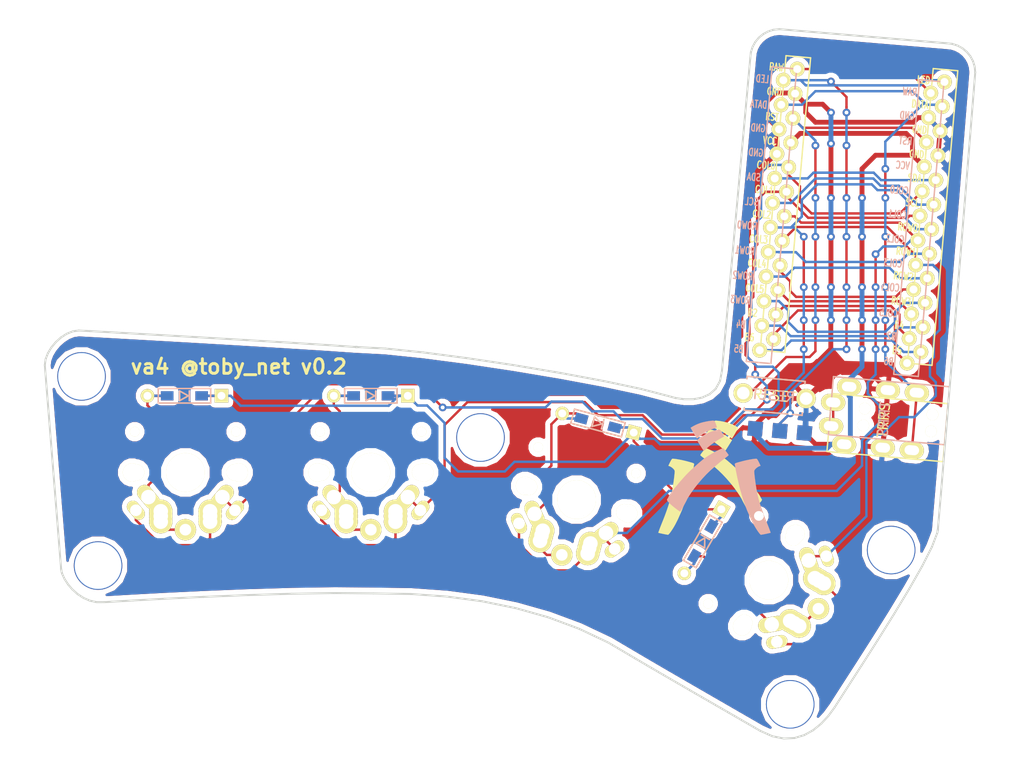
<source format=kicad_pcb>
(kicad_pcb (version 20171130) (host pcbnew "(5.0.1)-4")
  (layers (0 F.Cu signal) (31 B.Cu signal) (34 B.Paste user) (35 F.Paste user) (36 B.SilkS user) (37 F.SilkS user) (38 B.Mask user) (39 F.Mask user) (44 Edge.Cuts user))
  (net 0 "")
  (net 1 VCC)
  (net 2 led)
  (net 3 GND)
  (net 4 reset)
  (net 5 "Net-(U1-Pad24)")
  (net 6 col0)
  (net 7 col1)
  (net 8 col2)
  (net 9 col3)
  (net 10 "Net-(U1-Pad16)")
  (net 11 "Net-(U1-Pad15)")
  (net 12 "Net-(U1-Pad14)")
  (net 13 "Net-(U1-Pad13)")
  (net 14 "Net-(U1-Pad12)")
  (net 15 "Net-(U1-Pad11)")
  (net 16 "Net-(U1-Pad10)")
  (net 17 "Net-(U1-Pad9)")
  (net 18 "Net-(U1-Pad8)")
  (net 19 row0)
  (net 20 "Net-(U1-Pad6)")
  (net 21 "Net-(U1-Pad5)")
  (net 22 data)
  (net 23 "Net-(D4-Pad2)")
  (net 24 "Net-(D1-Pad2)")
  (net 25 "Net-(D2-Pad2)")
  (net 26 "Net-(D3-Pad2)")
  (net 27 "Net-(J2-PadA)")
  (module my:logo-va_13.5mm (layer B.Cu) (at 112 74.4 165)
    (fp_text reference G*** hide)
    (fp_text value LOGO hide)
  )
  (module kbd:MJ-4PP-9 (layer F.Cu) (at 134.4 69.6 265)
    (fp_text reference J2)
    (fp_text value MJ-4PP-9 hide)
    (fp_text user TRRS (at -0.8255 6.4135 265) (layer B.SilkS) (effects (justify mirror)))
    (fp_text user TRRS (at -0.75 6.45 265) (layer F.SilkS))
    (pad "" np_thru_hole circle (at -1.75 8.5 265) (size 1.2 1.2) (drill 1.2) (layers *.Cu *.Mask F.SilkS))
    (pad "" np_thru_hole circle (at -1.75 1.5 265) (size 1.2 1.2) (drill 1.2) (layers *.Cu *.Mask F.SilkS))
    (pad D thru_hole oval (at -3.85 10.3 265) (size 1.7 2.5) (drill oval 1 1.5) (layers *.Cu *.Mask F.SilkS) (net 1 VCC) (clearance 0.15))
    (pad A thru_hole oval (at 0.35 11.8 265) (size 1.7 2.5) (drill oval 1 1.5) (layers *.Cu *.Mask F.SilkS) (net 27 "Net-(J2-PadA)") (clearance 0.15))
    (pad B thru_hole oval (at -3.85 3.3 265) (size 1.7 2.5) (drill oval 1 1.5) (layers *.Cu *.Mask F.SilkS) (net 22 data))
    (pad C thru_hole oval (at -3.85 6.3 265) (size 1.7 2.5) (drill oval 1 1.5) (layers *.Cu *.Mask F.SilkS) (net 3 GND))
    (pad "" np_thru_hole circle (at 0 1.5 265) (size 1.2 1.2) (drill 1.2) (layers *.Cu *.Mask F.SilkS))
    (pad "" np_thru_hole circle (at 0 8.5 265) (size 1.2 1.2) (drill 1.2) (layers *.Cu *.Mask F.SilkS))
    (pad B thru_hole oval (at 2.1 3.3 265) (size 1.7 2.5) (drill oval 1 1.5) (layers *.Cu *.Mask F.SilkS) (net 22 data))
    (pad C thru_hole oval (at 2.1 6.3 265) (size 1.7 2.5) (drill oval 1 1.5) (layers *.Cu *.Mask F.SilkS) (net 3 GND))
    (pad D thru_hole oval (at 2.1 10.3 265) (size 1.7 2.5) (drill oval 1 1.5) (layers *.Cu *.Mask F.SilkS) (net 1 VCC) (clearance 0.15))
    (pad A thru_hole oval (at -2.1 11.8 265) (size 1.7 2.5) (drill oval 1 1.5) (layers *.Cu *.Mask F.SilkS) (net 27 "Net-(J2-PadA)") (clearance 0.15))
  )
  (module kbd:HOLE (layer F.Cu) (at 86.5 70.1)
    (fp_text reference Ref**)
    (fp_text value Val**)
    (pad "" np_thru_hole circle (at 0 0) (size 5 5) (drill 4.8) (layers *.Cu *.Mask))
  )
  (module kbd:HOLE (layer F.Cu) (at 128.8 81.7)
    (fp_text reference Ref**)
    (fp_text value Val**)
    (pad "" np_thru_hole circle (at 0 0) (size 5 5) (drill 4.8) (layers *.Cu *.Mask))
  )
  (module kbd:HOLE (layer F.Cu) (at 118.4 97.6)
    (fp_text reference Ref**)
    (fp_text value Val**)
    (pad "" np_thru_hole circle (at 0 0) (size 5 5) (drill 4.8) (layers *.Cu *.Mask))
  )
  (module kbd:MX_ALPS_PG1350_noLed (layer F.Cu) (at 56.1 73.7 180)
    (fp_text reference SW2 hide)
    (fp_text value SW_PUSH hide)
    (pad "" np_thru_hole circle (at -5.22 4.2 180) (size 1 1) (drill 1) (layers *.Cu *.Mask F.SilkS))
    (pad "" np_thru_hole circle (at 5.22 4.2 180) (size 1 1) (drill 1) (layers *.Cu *.Mask F.SilkS))
    (pad "" np_thru_hole circle (at -5.08 0 180) (size 1.7 1.7) (drill 1.7) (layers *.Cu *.Mask F.SilkS))
    (pad "" np_thru_hole circle (at 5.08 0 180) (size 1.7 1.7) (drill 1.7) (layers *.Cu *.Mask F.SilkS))
    (pad 1 thru_hole circle (at -2.54 -4.5 180) (size 2.4 2.4) (drill 1.5) (layers *.Cu *.Mask F.SilkS) (net 6 col0))
    (pad 1 thru_hole circle (at -2.54 -4 180) (size 2.4 2.4) (drill 1.5) (layers *.Cu *.Mask F.SilkS) (net 6 col0))
    (pad 2 thru_hole circle (at 2.54 -4 180) (size 2.4 2.4) (drill 1.5) (layers *.Cu *.Mask F.SilkS) (net 24 "Net-(D1-Pad2)"))
    (pad 2 thru_hole circle (at 2.54 -4.5 180) (size 2.4 2.4) (drill 1.5) (layers *.Cu *.Mask F.SilkS) (net 24 "Net-(D1-Pad2)"))
    (pad 2 thru_hole oval (at 3.81 -2.54 130) (size 2.8 1.55) (drill 1.5) (layers *.Cu *.Mask F.SilkS) (net 24 "Net-(D1-Pad2)"))
    (pad 1 thru_hole circle (at -2.54 -5.08 180) (size 2.4 2.4) (drill 1.5) (layers *.Cu *.Mask F.SilkS) (net 6 col0))
    (pad 1 thru_hole oval (at -3.81 -2.54 230) (size 2.8 1.55) (drill 1.5) (layers *.Cu *.Mask F.SilkS) (net 6 col0))
    (pad 2 thru_hole circle (at 2.54 -5.08 180) (size 2.4 2.4) (drill 1.5) (layers *.Cu *.Mask F.SilkS) (net 24 "Net-(D1-Pad2)"))
    (pad 2 thru_hole circle (at 0 -5.9 270) (size 2.2 2.2) (drill 1.2) (layers *.Cu *.Mask F.SilkS) (net 24 "Net-(D1-Pad2)"))
    (pad 1 thru_hole oval (at -5.1 -3.9 230) (size 2.2 1.25) (drill 1.2) (layers *.Cu *.Mask F.SilkS) (net 6 col0))
    (pad "" np_thru_hole circle (at 5.5 0 270) (size 1.9 1.9) (drill 1.9) (layers *.Cu *.Mask F.SilkS))
    (pad "" np_thru_hole circle (at -5.5 0 270) (size 1.9 1.9) (drill 1.9) (layers *.Cu *.Mask F.SilkS))
    (pad "" np_thru_hole circle (at 0 0 270) (size 4 4) (drill 4) (layers *.Cu *.Mask F.SilkS))
    (pad 1 thru_hole oval (at 5.1 -3.9 130) (size 2.2 1.25) (drill 1.2) (layers *.Cu *.Mask F.SilkS) (net 6 col0))
  )
  (module kbd:HOLE (layer F.Cu) (at 47.1 83.3)
    (fp_text reference Ref**)
    (fp_text value Val**)
    (pad "" np_thru_hole circle (at 0 0) (size 5 5) (drill 4.8) (layers *.Cu *.Mask))
  )
  (module kbd:HOLE (layer F.Cu) (at 45.4 63.8)
    (fp_text reference Ref**)
    (fp_text value Val**)
    (pad "" np_thru_hole circle (at 0 0) (size 5 5) (drill 4.8) (layers *.Cu *.Mask))
  )
  (module kbd:D3_TH_SMD (layer F.Cu) (at 109.4 80.8 240)
    (fp_text reference D4 hide)
    (fp_text value D hide)
    (pad 2 smd rect (at 1.775 0 240) (size 1.3 0.95) (layers F.Cu F.Paste F.Mask) (net 23 "Net-(D4-Pad2)"))
    (pad 2 thru_hole circle (at 3.81 0 240) (size 1.397 1.397) (drill 0.8128) (layers *.Cu *.Mask F.SilkS) (net 23 "Net-(D4-Pad2)"))
    (pad 1 thru_hole rect (at -3.81 0 240) (size 1.397 1.397) (drill 0.8128) (layers *.Cu *.Mask F.SilkS) (net 19 row0))
    (pad 1 smd rect (at -1.775 0 240) (size 1.3 0.95) (layers B.Cu B.Paste B.Mask) (net 19 row0))
    (pad 2 smd rect (at 1.775 0 240) (size 1.3 0.95) (layers B.Cu B.Paste B.Mask) (net 23 "Net-(D4-Pad2)"))
    (pad 1 smd rect (at -1.775 0 240) (size 1.3 0.95) (layers F.Cu F.Paste F.Mask) (net 19 row0))
  )
  (module kbd:D3_TH_SMD (layer F.Cu) (at 98.6 68.6 165)
    (fp_text reference D3 hide)
    (fp_text value D hide)
    (pad 1 smd rect (at -1.775 0 165) (size 1.3 0.95) (layers F.Cu F.Paste F.Mask) (net 19 row0))
    (pad 2 smd rect (at 1.775 0 165) (size 1.3 0.95) (layers B.Cu B.Paste B.Mask) (net 26 "Net-(D3-Pad2)"))
    (pad 1 smd rect (at -1.775 0 165) (size 1.3 0.95) (layers B.Cu B.Paste B.Mask) (net 19 row0))
    (pad 1 thru_hole rect (at -3.81 0 165) (size 1.397 1.397) (drill 0.8128) (layers *.Cu *.Mask F.SilkS) (net 19 row0))
    (pad 2 thru_hole circle (at 3.81 0 165) (size 1.397 1.397) (drill 0.8128) (layers *.Cu *.Mask F.SilkS) (net 26 "Net-(D3-Pad2)"))
    (pad 2 smd rect (at 1.775 0 165) (size 1.3 0.95) (layers F.Cu F.Paste F.Mask) (net 26 "Net-(D3-Pad2)"))
  )
  (module kbd:D3_TH_SMD (layer F.Cu) (at 75.2 65.8 180)
    (fp_text reference D2 hide)
    (fp_text value D hide)
    (pad 2 smd rect (at 1.775 0 180) (size 1.3 0.95) (layers F.Cu F.Paste F.Mask) (net 25 "Net-(D2-Pad2)"))
    (pad 2 thru_hole circle (at 3.81 0 180) (size 1.397 1.397) (drill 0.8128) (layers *.Cu *.Mask F.SilkS) (net 25 "Net-(D2-Pad2)"))
    (pad 1 thru_hole rect (at -3.81 0 180) (size 1.397 1.397) (drill 0.8128) (layers *.Cu *.Mask F.SilkS) (net 19 row0))
    (pad 1 smd rect (at -1.775 0 180) (size 1.3 0.95) (layers B.Cu B.Paste B.Mask) (net 19 row0))
    (pad 2 smd rect (at 1.775 0 180) (size 1.3 0.95) (layers B.Cu B.Paste B.Mask) (net 25 "Net-(D2-Pad2)"))
    (pad 1 smd rect (at -1.775 0 180) (size 1.3 0.95) (layers F.Cu F.Paste F.Mask) (net 19 row0))
  )
  (module kbd:D3_TH_SMD (layer F.Cu) (at 56 65.8 180)
    (fp_text reference D1 hide)
    (fp_text value D hide)
    (pad 1 smd rect (at -1.775 0 180) (size 1.3 0.95) (layers F.Cu F.Paste F.Mask) (net 19 row0))
    (pad 2 smd rect (at 1.775 0 180) (size 1.3 0.95) (layers B.Cu B.Paste B.Mask) (net 24 "Net-(D1-Pad2)"))
    (pad 1 smd rect (at -1.775 0 180) (size 1.3 0.95) (layers B.Cu B.Paste B.Mask) (net 19 row0))
    (pad 1 thru_hole rect (at -3.81 0 180) (size 1.397 1.397) (drill 0.8128) (layers *.Cu *.Mask F.SilkS) (net 19 row0))
    (pad 2 thru_hole circle (at 3.81 0 180) (size 1.397 1.397) (drill 0.8128) (layers *.Cu *.Mask F.SilkS) (net 24 "Net-(D1-Pad2)"))
    (pad 2 smd rect (at 1.775 0 180) (size 1.3 0.95) (layers F.Cu F.Paste F.Mask) (net 24 "Net-(D1-Pad2)"))
  )
  (module kbd:MX_ALPS_PG1350_noLed (layer F.Cu) (at 96.4 76.5 165)
    (fp_text reference SW4 hide)
    (fp_text value SW_PUSH hide)
    (pad "" np_thru_hole circle (at -5.22 4.2 165) (size 1 1) (drill 1) (layers *.Cu *.Mask F.SilkS))
    (pad "" np_thru_hole circle (at 5.22 4.2 165) (size 1 1) (drill 1) (layers *.Cu *.Mask F.SilkS))
    (pad "" np_thru_hole circle (at -5.08 0 165) (size 1.7 1.7) (drill 1.7) (layers *.Cu *.Mask F.SilkS))
    (pad "" np_thru_hole circle (at 5.08 0 165) (size 1.7 1.7) (drill 1.7) (layers *.Cu *.Mask F.SilkS))
    (pad 1 thru_hole circle (at -2.54 -4.5 165) (size 2.4 2.4) (drill 1.5) (layers *.Cu *.Mask F.SilkS) (net 8 col2))
    (pad 1 thru_hole circle (at -2.54 -4 165) (size 2.4 2.4) (drill 1.5) (layers *.Cu *.Mask F.SilkS) (net 8 col2))
    (pad 2 thru_hole circle (at 2.54 -4 165) (size 2.4 2.4) (drill 1.5) (layers *.Cu *.Mask F.SilkS) (net 26 "Net-(D3-Pad2)"))
    (pad 2 thru_hole circle (at 2.54 -4.5 165) (size 2.4 2.4) (drill 1.5) (layers *.Cu *.Mask F.SilkS) (net 26 "Net-(D3-Pad2)"))
    (pad 2 thru_hole oval (at 3.81 -2.54 115) (size 2.8 1.55) (drill 1.5) (layers *.Cu *.Mask F.SilkS) (net 26 "Net-(D3-Pad2)"))
    (pad 1 thru_hole circle (at -2.54 -5.08 165) (size 2.4 2.4) (drill 1.5) (layers *.Cu *.Mask F.SilkS) (net 8 col2))
    (pad 1 thru_hole oval (at -3.81 -2.54 215) (size 2.8 1.55) (drill 1.5) (layers *.Cu *.Mask F.SilkS) (net 8 col2))
    (pad 2 thru_hole circle (at 2.54 -5.08 165) (size 2.4 2.4) (drill 1.5) (layers *.Cu *.Mask F.SilkS) (net 26 "Net-(D3-Pad2)"))
    (pad 2 thru_hole circle (at 0 -5.9 255) (size 2.2 2.2) (drill 1.2) (layers *.Cu *.Mask F.SilkS) (net 26 "Net-(D3-Pad2)"))
    (pad 1 thru_hole oval (at -5.1 -3.9 215) (size 2.2 1.25) (drill 1.2) (layers *.Cu *.Mask F.SilkS) (net 8 col2))
    (pad "" np_thru_hole circle (at 5.5 0 255) (size 1.9 1.9) (drill 1.9) (layers *.Cu *.Mask F.SilkS))
    (pad "" np_thru_hole circle (at -5.5 0 255) (size 1.9 1.9) (drill 1.9) (layers *.Cu *.Mask F.SilkS))
    (pad "" np_thru_hole circle (at 0 0 255) (size 4 4) (drill 4) (layers *.Cu *.Mask F.SilkS))
    (pad 1 thru_hole oval (at 5.1 -3.9 115) (size 2.2 1.25) (drill 1.2) (layers *.Cu *.Mask F.SilkS) (net 8 col2))
  )
  (module kbd:MX_ALPS_PG1350_noLed (layer F.Cu) (at 75.2 73.7 180)
    (fp_text reference SW3 hide)
    (fp_text value SW_PUSH hide)
    (pad "" np_thru_hole circle (at -5.22 4.2 180) (size 1 1) (drill 1) (layers *.Cu *.Mask F.SilkS))
    (pad "" np_thru_hole circle (at 5.22 4.2 180) (size 1 1) (drill 1) (layers *.Cu *.Mask F.SilkS))
    (pad "" np_thru_hole circle (at -5.08 0 180) (size 1.7 1.7) (drill 1.7) (layers *.Cu *.Mask F.SilkS))
    (pad "" np_thru_hole circle (at 5.08 0 180) (size 1.7 1.7) (drill 1.7) (layers *.Cu *.Mask F.SilkS))
    (pad 1 thru_hole circle (at -2.54 -4.5 180) (size 2.4 2.4) (drill 1.5) (layers *.Cu *.Mask F.SilkS) (net 7 col1))
    (pad 1 thru_hole circle (at -2.54 -4 180) (size 2.4 2.4) (drill 1.5) (layers *.Cu *.Mask F.SilkS) (net 7 col1))
    (pad 2 thru_hole circle (at 2.54 -4 180) (size 2.4 2.4) (drill 1.5) (layers *.Cu *.Mask F.SilkS) (net 25 "Net-(D2-Pad2)"))
    (pad 2 thru_hole circle (at 2.54 -4.5 180) (size 2.4 2.4) (drill 1.5) (layers *.Cu *.Mask F.SilkS) (net 25 "Net-(D2-Pad2)"))
    (pad 2 thru_hole oval (at 3.81 -2.54 130) (size 2.8 1.55) (drill 1.5) (layers *.Cu *.Mask F.SilkS) (net 25 "Net-(D2-Pad2)"))
    (pad 1 thru_hole circle (at -2.54 -5.08 180) (size 2.4 2.4) (drill 1.5) (layers *.Cu *.Mask F.SilkS) (net 7 col1))
    (pad 1 thru_hole oval (at -3.81 -2.54 230) (size 2.8 1.55) (drill 1.5) (layers *.Cu *.Mask F.SilkS) (net 7 col1))
    (pad 2 thru_hole circle (at 2.54 -5.08 180) (size 2.4 2.4) (drill 1.5) (layers *.Cu *.Mask F.SilkS) (net 25 "Net-(D2-Pad2)"))
    (pad 2 thru_hole circle (at 0 -5.9 270) (size 2.2 2.2) (drill 1.2) (layers *.Cu *.Mask F.SilkS) (net 25 "Net-(D2-Pad2)"))
    (pad 1 thru_hole oval (at -5.1 -3.9 230) (size 2.2 1.25) (drill 1.2) (layers *.Cu *.Mask F.SilkS) (net 7 col1))
    (pad "" np_thru_hole circle (at 5.5 0 270) (size 1.9 1.9) (drill 1.9) (layers *.Cu *.Mask F.SilkS))
    (pad "" np_thru_hole circle (at -5.5 0 270) (size 1.9 1.9) (drill 1.9) (layers *.Cu *.Mask F.SilkS))
    (pad "" np_thru_hole circle (at 0 0 270) (size 4 4) (drill 4) (layers *.Cu *.Mask F.SilkS))
    (pad 1 thru_hole oval (at 5.1 -3.9 130) (size 2.2 1.25) (drill 1.2) (layers *.Cu *.Mask F.SilkS) (net 7 col1))
  )
  (module kbd:MX_ALPS_PG1350_noLed_1.75u (layer F.Cu) (at 116.2 84.8 240)
    (fp_text reference SW5 hide)
    (fp_text value SW_PUSH hide)
    (pad 1 thru_hole oval (at 5.1 -3.9 190) (size 2.2 1.25) (drill 1.2) (layers *.Cu *.Mask F.SilkS) (net 9 col3))
    (pad "" np_thru_hole circle (at 0 0 330) (size 4 4) (drill 4) (layers *.Cu *.Mask F.SilkS))
    (pad "" np_thru_hole circle (at -5.5 0 330) (size 1.9 1.9) (drill 1.9) (layers *.Cu *.Mask F.SilkS))
    (pad "" np_thru_hole circle (at 5.5 0 330) (size 1.9 1.9) (drill 1.9) (layers *.Cu *.Mask F.SilkS))
    (pad 1 thru_hole oval (at -5.1 -3.9 290) (size 2.2 1.25) (drill 1.2) (layers *.Cu *.Mask F.SilkS) (net 9 col3))
    (pad 2 thru_hole circle (at 0 -5.9 330) (size 2.2 2.2) (drill 1.2) (layers *.Cu *.Mask F.SilkS) (net 23 "Net-(D4-Pad2)"))
    (pad 2 thru_hole circle (at 2.54 -5.08 240) (size 2.4 2.4) (drill 1.5) (layers *.Cu *.Mask F.SilkS) (net 23 "Net-(D4-Pad2)"))
    (pad 1 thru_hole oval (at -3.81 -2.54 290) (size 2.8 1.55) (drill 1.5) (layers *.Cu *.Mask F.SilkS) (net 9 col3))
    (pad 1 thru_hole circle (at -2.54 -5.08 240) (size 2.4 2.4) (drill 1.5) (layers *.Cu *.Mask F.SilkS) (net 9 col3))
    (pad 2 thru_hole oval (at 3.81 -2.540001 190) (size 2.8 1.55) (drill 1.5) (layers *.Cu *.Mask F.SilkS) (net 23 "Net-(D4-Pad2)"))
    (pad 2 thru_hole circle (at 2.540001 -4.5 240) (size 2.4 2.4) (drill 1.5) (layers *.Cu *.Mask F.SilkS) (net 23 "Net-(D4-Pad2)"))
    (pad 2 thru_hole circle (at 2.54 -4.000001 240) (size 2.4 2.4) (drill 1.5) (layers *.Cu *.Mask F.SilkS) (net 23 "Net-(D4-Pad2)"))
    (pad 1 thru_hole circle (at -2.540001 -4 240) (size 2.4 2.4) (drill 1.5) (layers *.Cu *.Mask F.SilkS) (net 9 col3))
    (pad 1 thru_hole circle (at -2.54 -4.499999 240) (size 2.4 2.4) (drill 1.5) (layers *.Cu *.Mask F.SilkS) (net 9 col3))
    (pad "" np_thru_hole circle (at 5.08 0 240) (size 1.7 1.7) (drill 1.7) (layers *.Cu *.Mask F.SilkS))
    (pad "" np_thru_hole circle (at -5.08 0 240) (size 1.7 1.7) (drill 1.7) (layers *.Cu *.Mask F.SilkS))
    (pad "" np_thru_hole circle (at 5.22 4.2 240) (size 1 1) (drill 1) (layers *.Cu *.Mask F.SilkS))
    (pad "" np_thru_hole circle (at -5.22 4.2 240) (size 1 1) (drill 1) (layers *.Cu *.Mask F.SilkS))
  )
  (module kbd:ProMicro_v2 (layer F.Cu) (at 125.4 47.2 355)
    (fp_text reference U1 hide)
    (fp_text value ProMicro hide)
    (fp_text user RAW (at 4.191 -13.1445 355) (layer B.SilkS) (effects (font (size 0.75 0.5) (thickness 0.125)) (justify mirror)))
    (fp_text user LED (at -11.049 -13.1445 355) (layer B.SilkS) (effects (font (size 0.75 0.5) (thickness 0.125)) (justify mirror)))
    (fp_text user GND (at 4.1275 -10.668 355) (layer B.SilkS) (effects (font (size 0.75 0.5) (thickness 0.125)) (justify mirror)))
    (fp_text user DATA (at -11.2 -10.5 355) (layer B.SilkS) (effects (font (size 0.75 0.5) (thickness 0.125)) (justify mirror)))
    (fp_text user RST (at 4.191 -8.0645 355) (layer B.SilkS) (effects (font (size 0.75 0.5) (thickness 0.125)) (justify mirror)))
    (fp_text user GND (at -11.049 -8.0645 355) (layer B.SilkS) (effects (font (size 0.75 0.5) (thickness 0.125)) (justify mirror)))
    (fp_text user VCC (at 4.127501 -5.5245 355) (layer B.SilkS) (effects (font (size 0.75 0.5) (thickness 0.125)) (justify mirror)))
    (fp_text user GND (at -11.049 -5.5245 355) (layer B.SilkS) (effects (font (size 0.75 0.5) (thickness 0.125)) (justify mirror)))
    (fp_text user COL3 (at 4 4.6 355) (layer B.SilkS) (effects (font (size 0.75 0.5) (thickness 0.125)) (justify mirror)))
    (fp_text user ROW0 (at -11.3 2.032 355) (layer B.SilkS) (effects (font (size 0.75 0.5) (thickness 0.125)) (justify mirror)))
    (fp_text user COL2 (at 4 2.1 355) (layer B.SilkS) (effects (font (size 0.75 0.5) (thickness 0.125)) (justify mirror)))
    (fp_text user SCL (at -11.048999 -0.4445 355) (layer B.SilkS) (effects (font (size 0.75 0.5) (thickness 0.125)) (justify mirror)))
    (fp_text user COL1 (at 4 -0.4445 355) (layer B.SilkS) (effects (font (size 0.75 0.5) (thickness 0.125)) (justify mirror)))
    (fp_text user SDA (at -11.049 -2.9845 355) (layer B.SilkS) (effects (font (size 0.75 0.5) (thickness 0.125)) (justify mirror)))
    (fp_text user COL0 (at 4 -2.95 355) (layer B.SilkS) (effects (font (size 0.75 0.5) (thickness 0.125)) (justify mirror)))
    (fp_text user B6 (at 4.445 14.732 355) (layer B.SilkS) (effects (font (size 0.75 0.5) (thickness 0.125)) (justify mirror)))
    (fp_text user B5 (at -11.049 14.7955 355) (layer B.SilkS) (effects (font (size 0.75 0.5) (thickness 0.125)) (justify mirror)))
    (fp_text user B4 (at -11.049 12.2555 355) (layer B.SilkS) (effects (font (size 0.75 0.5) (thickness 0.125)) (justify mirror)))
    (fp_text user B2 (at 4.5085 12.1285 355) (layer B.SilkS) (effects (font (size 0.75 0.5) (thickness 0.125)) (justify mirror)))
    (fp_text user ROW3 (at -11.3 9.75 355) (layer B.SilkS) (effects (font (size 0.75 0.5) (thickness 0.125)) (justify mirror)))
    (fp_text user COL5 (at 4 9.75 355) (layer B.SilkS) (effects (font (size 0.75 0.5) (thickness 0.125)) (justify mirror)))
    (fp_text user ROW2 (at -11.3 7.239001 355) (layer B.SilkS) (effects (font (size 0.75 0.5) (thickness 0.125)) (justify mirror)))
    (fp_text user COL4 (at 3.95 7.112 355) (layer B.SilkS) (effects (font (size 0.75 0.5) (thickness 0.125)) (justify mirror)))
    (fp_text user ROW1 (at -11.3 4.6355 355) (layer B.SilkS) (effects (font (size 0.75 0.5) (thickness 0.125)) (justify mirror)))
    (fp_text user ROW1 (at 5.25 3.302 355) (layer F.SilkS) (effects (font (size 0.75 0.5) (thickness 0.125))))
    (fp_text user COL4 (at -9.95 5.85 355) (layer F.SilkS) (effects (font (size 0.75 0.5) (thickness 0.125))))
    (fp_text user ROW2 (at 5.2 5.85 355) (layer F.SilkS) (effects (font (size 0.75 0.5) (thickness 0.125))))
    (fp_text user COL5 (at -9.95 8.4455 355) (layer F.SilkS) (effects (font (size 0.75 0.5) (thickness 0.125))))
    (fp_text user ROW3 (at 5.2 8.4455 355) (layer F.SilkS) (effects (font (size 0.75 0.5) (thickness 0.125))))
    (fp_text user B2 (at -9.95 10.95 355) (layer F.SilkS) (effects (font (size 0.75 0.5) (thickness 0.125))))
    (fp_text user B4 (at 5.2 10.922 355) (layer F.SilkS) (effects (font (size 0.75 0.5) (thickness 0.125))))
    (fp_text user B5 (at 5.2 13.5255 355) (layer F.SilkS) (effects (font (size 0.75 0.5) (thickness 0.125))))
    (fp_text user B6 (at -10.05 13.5 355) (layer F.SilkS) (effects (font (size 0.75 0.5) (thickness 0.125))))
    (fp_text user COL0 (at -9.9 -4.3 355) (layer F.SilkS) (effects (font (size 0.75 0.5) (thickness 0.125))))
    (fp_text user SDA (at 5.461 -4.318 355) (layer F.SilkS) (effects (font (size 0.75 0.5) (thickness 0.125))))
    (fp_text user COL1 (at -9.85 -1.778 355) (layer F.SilkS) (effects (font (size 0.75 0.5) (thickness 0.125))))
    (fp_text user SCL (at 5.461 -1.778 355) (layer F.SilkS) (effects (font (size 0.75 0.5) (thickness 0.125))))
    (fp_text user COL2 (at -9.9 0.762 355) (layer F.SilkS) (effects (font (size 0.75 0.5) (thickness 0.125))))
    (fp_text user ROW0 (at 5.2 0.8 355) (layer F.SilkS) (effects (font (size 0.75 0.5) (thickness 0.125))))
    (fp_text user COL3 (at -10 3.35 355) (layer F.SilkS) (effects (font (size 0.75 0.5) (thickness 0.125))))
    (fp_text user GND (at 5.461 -6.7945 355) (layer F.SilkS) (effects (font (size 0.75 0.5) (thickness 0.125))))
    (fp_text user VCC (at -9.715501 -6.858 355) (layer F.SilkS) (effects (font (size 0.75 0.5) (thickness 0.125))))
    (fp_text user GND (at 5.5245 -9.3345 355) (layer F.SilkS) (effects (font (size 0.75 0.5) (thickness 0.125))))
    (fp_text user RST (at -9.7155 -9.3345 355) (layer F.SilkS) (effects (font (size 0.75 0.5) (thickness 0.125))))
    (fp_text user DATA (at 5.35 -11.95 355) (layer F.SilkS) (effects (font (size 0.75 0.5) (thickness 0.125))))
    (fp_text user GND (at -9.7155 -11.938 355) (layer F.SilkS) (effects (font (size 0.75 0.5) (thickness 0.125))))
    (fp_text user LED (at 5.5 -14.478 355) (layer F.SilkS) (effects (font (size 0.75 0.5) (thickness 0.125))))
    (fp_text user RAW (at -9.7155 -14.478 355) (layer F.SilkS) (effects (font (size 0.75 0.5) (thickness 0.125))))
    (fp_text user "" (at -1.2065 -16.256 355) (layer B.SilkS) (effects (justify mirror)))
    (fp_text user "" (at -0.5 -17.25 355) (layer F.SilkS))
    (pad 24 thru_hole circle (at -7.5636 -14.478 355) (size 1.524 1.524) (drill 0.8128) (layers *.Cu *.Mask F.SilkS) (net 5 "Net-(U1-Pad24)"))
    (pad 23 thru_hole circle (at -7.5636 -11.938 355) (size 1.524 1.524) (drill 0.8128) (layers *.Cu *.Mask F.SilkS) (net 3 GND))
    (pad 22 thru_hole circle (at -7.5636 -9.398 355) (size 1.524 1.524) (drill 0.8128) (layers *.Cu *.Mask F.SilkS) (net 4 reset))
    (pad 21 thru_hole circle (at -7.5636 -6.858 355) (size 1.524 1.524) (drill 0.8128) (layers *.Cu *.Mask F.SilkS) (net 1 VCC))
    (pad 20 thru_hole circle (at -7.5636 -4.318 355) (size 1.524 1.524) (drill 0.8128) (layers *.Cu *.Mask F.SilkS) (net 6 col0))
    (pad 19 thru_hole circle (at -7.5636 -1.778 355) (size 1.524 1.524) (drill 0.8128) (layers *.Cu *.Mask F.SilkS) (net 7 col1))
    (pad 18 thru_hole circle (at -7.5636 0.762 355) (size 1.524 1.524) (drill 0.8128) (layers *.Cu *.Mask F.SilkS) (net 8 col2))
    (pad 17 thru_hole circle (at -7.563599 3.302 355) (size 1.524 1.524) (drill 0.8128) (layers *.Cu *.Mask F.SilkS) (net 9 col3))
    (pad 16 thru_hole circle (at -7.5636 5.842 355) (size 1.524 1.524) (drill 0.8128) (layers *.Cu *.Mask F.SilkS) (net 10 "Net-(U1-Pad16)"))
    (pad 15 thru_hole circle (at -7.5636 8.382 355) (size 1.524 1.524) (drill 0.8128) (layers *.Cu *.Mask F.SilkS) (net 11 "Net-(U1-Pad15)"))
    (pad 14 thru_hole circle (at -7.5636 10.922 355) (size 1.524 1.524) (drill 0.8128) (layers *.Cu *.Mask F.SilkS) (net 12 "Net-(U1-Pad14)"))
    (pad 13 thru_hole circle (at -7.5636 13.462 355) (size 1.524 1.524) (drill 0.8128) (layers *.Cu *.Mask F.SilkS) (net 13 "Net-(U1-Pad13)"))
    (pad 12 thru_hole circle (at 7.6564 13.462 355) (size 1.524 1.524) (drill 0.8128) (layers *.Cu *.Mask F.SilkS) (net 14 "Net-(U1-Pad12)"))
    (pad 11 thru_hole circle (at 7.6564 10.922 355) (size 1.524 1.524) (drill 0.8128) (layers *.Cu *.Mask F.SilkS) (net 15 "Net-(U1-Pad11)"))
    (pad 10 thru_hole circle (at 7.6564 8.382 355) (size 1.524 1.524) (drill 0.8128) (layers *.Cu *.Mask F.SilkS) (net 16 "Net-(U1-Pad10)"))
    (pad 9 thru_hole circle (at 7.6564 5.842 355) (size 1.524 1.524) (drill 0.8128) (layers *.Cu *.Mask F.SilkS) (net 17 "Net-(U1-Pad9)"))
    (pad 8 thru_hole circle (at 7.6564 3.302 355) (size 1.524 1.524) (drill 0.8128) (layers *.Cu *.Mask F.SilkS) (net 18 "Net-(U1-Pad8)"))
    (pad 7 thru_hole circle (at 7.6564 0.762 355) (size 1.524 1.524) (drill 0.8128) (layers *.Cu *.Mask F.SilkS) (net 19 row0))
    (pad 6 thru_hole circle (at 7.6564 -1.778 355) (size 1.524 1.524) (drill 0.8128) (layers *.Cu *.Mask F.SilkS) (net 20 "Net-(U1-Pad6)"))
    (pad 5 thru_hole circle (at 7.6564 -4.318 355) (size 1.524 1.524) (drill 0.8128) (layers *.Cu *.Mask F.SilkS) (net 21 "Net-(U1-Pad5)"))
    (pad 4 thru_hole circle (at 7.6564 -6.858 355) (size 1.524 1.524) (drill 0.8128) (layers *.Cu *.Mask F.SilkS) (net 3 GND))
    (pad 3 thru_hole circle (at 7.6564 -9.398 355) (size 1.524 1.524) (drill 0.8128) (layers *.Cu *.Mask F.SilkS) (net 3 GND))
    (pad 2 thru_hole circle (at 7.6564 -11.938 355) (size 1.524 1.524) (drill 0.8128) (layers *.Cu *.Mask F.SilkS) (net 22 data))
    (pad 1 thru_hole circle (at 7.6564 -14.478 355) (size 1.524 1.524) (drill 0.8128) (layers *.Cu *.Mask F.SilkS) (net 2 led))
    (pad 1 thru_hole circle (at -8.89 -13.208 355) (size 1.524 1.524) (drill 0.8128) (layers *.Cu *.Mask F.SilkS) (net 2 led))
    (pad 2 thru_hole circle (at -8.89 -10.668 355) (size 1.524 1.524) (drill 0.8128) (layers *.Cu *.Mask F.SilkS) (net 22 data))
    (pad 3 thru_hole circle (at -8.89 -8.128 355) (size 1.524 1.524) (drill 0.8128) (layers *.Cu *.Mask F.SilkS) (net 3 GND))
    (pad 4 thru_hole circle (at -8.89 -5.588 355) (size 1.524 1.524) (drill 0.8128) (layers *.Cu *.Mask F.SilkS) (net 3 GND))
    (pad 5 thru_hole circle (at -8.89 -3.048 355) (size 1.524 1.524) (drill 0.8128) (layers *.Cu *.Mask F.SilkS) (net 21 "Net-(U1-Pad5)"))
    (pad 6 thru_hole circle (at -8.89 -0.508 355) (size 1.524 1.524) (drill 0.8128) (layers *.Cu *.Mask F.SilkS) (net 20 "Net-(U1-Pad6)"))
    (pad 7 thru_hole circle (at -8.89 2.032 355) (size 1.524 1.524) (drill 0.8128) (layers *.Cu *.Mask F.SilkS) (net 19 row0))
    (pad 8 thru_hole circle (at -8.89 4.572 355) (size 1.524 1.524) (drill 0.8128) (layers *.Cu *.Mask F.SilkS) (net 18 "Net-(U1-Pad8)"))
    (pad 9 thru_hole circle (at -8.890001 7.112 355) (size 1.524 1.524) (drill 0.8128) (layers *.Cu *.Mask F.SilkS) (net 17 "Net-(U1-Pad9)"))
    (pad 10 thru_hole circle (at -8.89 9.652 355) (size 1.524 1.524) (drill 0.8128) (layers *.Cu *.Mask F.SilkS) (net 16 "Net-(U1-Pad10)"))
    (pad 11 thru_hole circle (at -8.89 12.192 355) (size 1.524 1.524) (drill 0.8128) (layers *.Cu *.Mask F.SilkS) (net 15 "Net-(U1-Pad11)"))
    (pad 12 thru_hole circle (at -8.89 14.732 355) (size 1.524 1.524) (drill 0.8128) (layers *.Cu *.Mask F.SilkS) (net 14 "Net-(U1-Pad12)"))
    (pad 13 thru_hole circle (at 6.35 14.732 355) (size 1.524 1.524) (drill 0.8128) (layers *.Cu *.Mask F.SilkS) (net 13 "Net-(U1-Pad13)"))
    (pad 14 thru_hole circle (at 6.350001 12.192 355) (size 1.524 1.524) (drill 0.8128) (layers *.Cu *.Mask F.SilkS) (net 12 "Net-(U1-Pad14)"))
    (pad 15 thru_hole circle (at 6.35 9.652 355) (size 1.524 1.524) (drill 0.8128) (layers *.Cu *.Mask F.SilkS) (net 11 "Net-(U1-Pad15)"))
    (pad 16 thru_hole circle (at 6.35 7.112 355) (size 1.524 1.524) (drill 0.8128) (layers *.Cu *.Mask F.SilkS) (net 10 "Net-(U1-Pad16)"))
    (pad 17 thru_hole circle (at 6.35 4.572 355) (size 1.524 1.524) (drill 0.8128) (layers *.Cu *.Mask F.SilkS) (net 9 col3))
    (pad 18 thru_hole circle (at 6.35 2.032 355) (size 1.524 1.524) (drill 0.8128) (layers *.Cu *.Mask F.SilkS) (net 8 col2))
    (pad 19 thru_hole circle (at 6.35 -0.508 355) (size 1.524 1.524) (drill 0.8128) (layers *.Cu *.Mask F.SilkS) (net 7 col1))
    (pad 20 thru_hole circle (at 6.35 -3.048 355) (size 1.524 1.524) (drill 0.8128) (layers *.Cu *.Mask F.SilkS) (net 6 col0))
    (pad 21 thru_hole circle (at 6.35 -5.588 355) (size 1.524 1.524) (drill 0.8128) (layers *.Cu *.Mask F.SilkS) (net 1 VCC))
    (pad 22 thru_hole circle (at 6.35 -8.128 355) (size 1.524 1.524) (drill 0.8128) (layers *.Cu *.Mask F.SilkS) (net 4 reset))
    (pad 23 thru_hole circle (at 6.35 -10.668 355) (size 1.524 1.524) (drill 0.8128) (layers *.Cu *.Mask F.SilkS) (net 3 GND))
    (pad 24 thru_hole circle (at 6.35 -13.208 355) (size 1.524 1.524) (drill 0.8128) (layers *.Cu *.Mask F.SilkS) (net 5 "Net-(U1-Pad24)"))
  )
  (module kbd:ResetSW (layer F.Cu) (at 116.8 65.8 175)
    (fp_text reference SW1 hide)
    (fp_text value RESET_SWITCH)
    (fp_text user RESET (at 0.127 0 175) (layer B.SilkS) (effects (justify mirror)))
    (fp_text user RESET (at 0 0 175) (layer F.SilkS))
    (pad 1 thru_hole circle (at 3.25 0 175) (size 2 2) (drill 1.3) (layers *.Cu *.Mask F.SilkS) (net 4 reset))
    (pad 2 thru_hole circle (at -3.25 0 175) (size 2 2) (drill 1.3) (layers *.Cu *.Mask F.SilkS) (net 3 GND))
  )
  (module kbd:StripLED_rev (layer F.Cu) (at 114.8 69.2 85)
    (fp_text reference J1 hide)
    (fp_text value LED hide)
    (pad 3 smd rect (at 0 5.08 85) (size 1.524 1.524) (layers F.Cu F.Paste F.Mask) (net 1 VCC))
    (pad 2 smd rect (at 0 2.54 85) (size 1.524 1.524) (layers F.Cu F.Paste F.Mask) (net 2 led))
    (pad 1 smd rect (at 0 0 85) (size 1.524 1.524) (layers F.Cu F.Paste F.Mask) (net 3 GND))
    (pad 1 smd rect (at 0 5.08 85) (size 1.524 1.524) (layers B.Cu B.Paste B.Mask) (net 3 GND))
    (pad 2 smd rect (at 0 2.54 85) (size 1.524 1.524) (layers B.Cu B.Paste B.Mask) (net 2 led))
    (pad 3 smd rect (at 0 0 85) (size 1.524 1.524) (layers B.Cu B.Paste B.Mask) (net 1 VCC))
  )
  (module my:logo-va_13.5mm (layer F.Cu) (at 109.2 74.4 15)
    (fp_text reference G*** hide)
    (fp_text value LOGO hide)
  )
  (gr_text "va4 @toby_net v0.2" (at 61.6 62.8) (layer F.SilkS) (effects (font (size 1.5 1.5) (thickness 0.3))))
  (gr_line (start 129.085193 88.319512) (end 130.647682 85.730517) (layer Edge.Cuts) (width 0.2))
  (gr_line (start 133.918783 76.00785) (end 134.419029 69.967629) (layer Edge.Cuts) (width 0.2))
  (gr_line (start 50.704276 86.896414) (end 53.954156 86.720315) (layer Edge.Cuts) (width 0.2))
  (gr_line (start 137.46311 32.45545) (end 137.46311 32.45545) (layer Edge.Cuts) (width 0.2))
  (gr_line (start 137.318334 34.271042) (end 137.46311 32.45545) (layer Edge.Cuts) (width 0.2))
  (gr_line (start 133.616642 79.540764) (end 133.918783 76.00785) (layer Edge.Cuts) (width 0.2))
  (gr_line (start 112.09062 98.475461) (end 113.754894 99.435507) (layer Edge.Cuts) (width 0.2))
  (gr_line (start 93.469154 88.630261) (end 96.656659 89.815314) (layer Edge.Cuts) (width 0.2))
  (gr_line (start 90.134671 87.687714) (end 93.469154 88.630261) (layer Edge.Cuts) (width 0.2))
  (gr_line (start 133.567532 79.868755) (end 133.57745 79.822322) (layer Edge.Cuts) (width 0.2))
  (gr_line (start 131.991381 83.366472) (end 132.999784 81.377869) (layer Edge.Cuts) (width 0.2))
  (gr_line (start 44.456555 85.760216) (end 44.98409 86.23032) (layer Edge.Cuts) (width 0.2))
  (gr_line (start 44.98409 86.23032) (end 45.585685 86.625162) (layer Edge.Cuts) (width 0.2))
  (gr_line (start 86.660261 86.97896) (end 90.134671 87.687714) (layer Edge.Cuts) (width 0.2))
  (gr_line (start 110.359377 97.476767) (end 112.09062 98.475461) (layer Edge.Cuts) (width 0.2))
  (gr_line (start 134.419029 69.967629) (end 135.043851 62.337648) (layer Edge.Cuts) (width 0.2))
  (gr_line (start 103.829795 93.692206) (end 105.296372 94.547145) (layer Edge.Cuts) (width 0.2))
  (gr_line (start 130.647682 85.730517) (end 131.991381 83.366472) (layer Edge.Cuts) (width 0.2))
  (gr_line (start 136.930491 39.084604) (end 137.318334 34.271042) (layer Edge.Cuts) (width 0.2))
  (gr_line (start 133.606789 79.635562) (end 133.612034 79.588329) (layer Edge.Cuts) (width 0.2))
  (gr_line (start 124.250056 95.931286) (end 125.769873 93.570388) (layer Edge.Cuts) (width 0.2))
  (gr_line (start 57.967603 86.525969) (end 62.435163 86.343485) (layer Edge.Cuts) (width 0.2))
  (gr_line (start 44.013259 85.243321) (end 44.456555 85.760216) (layer Edge.Cuts) (width 0.2))
  (gr_line (start 115.298942 100.327072) (end 116.568658 100.893688) (layer Edge.Cuts) (width 0.2))
  (gr_line (start 62.435163 86.343485) (end 67.047385 86.202976) (layer Edge.Cuts) (width 0.2))
  (gr_line (start 136.373111 45.978589) (end 136.930491 39.084604) (layer Edge.Cuts) (width 0.2))
  (gr_line (start 133.612034 79.588329) (end 133.616642 79.540764) (layer Edge.Cuts) (width 0.2))
  (gr_line (start 118.848039 101.074937) (end 119.855473 100.772729) (layer Edge.Cuts) (width 0.2))
  (gr_line (start 79.319874 86.227977) (end 83.052978 86.495285) (layer Edge.Cuts) (width 0.2))
  (gr_line (start 133.556382 79.915201) (end 133.567532 79.868755) (layer Edge.Cuts) (width 0.2))
  (gr_line (start 116.568658 100.893688) (end 117.752062 101.129117) (layer Edge.Cuts) (width 0.2))
  (gr_line (start 135.719722 54.035453) (end 136.373111 45.978589) (layer Edge.Cuts) (width 0.2))
  (gr_line (start 46.25116 86.916274) (end 46.970335 87.075186) (layer Edge.Cuts) (width 0.2))
  (gr_line (start 53.954156 86.720315) (end 57.967603 86.525969) (layer Edge.Cuts) (width 0.2))
  (gr_line (start 47.733029 87.073426) (end 48.527416 87.024155) (layer Edge.Cuts) (width 0.2))
  (gr_line (start 135.043851 62.337648) (end 135.719722 54.035453) (layer Edge.Cuts) (width 0.2))
  (gr_line (start 133.600807 79.68252) (end 133.606789 79.635562) (layer Edge.Cuts) (width 0.2))
  (gr_line (start 133.593989 79.729262) (end 133.600807 79.68252) (layer Edge.Cuts) (width 0.2))
  (gr_line (start 133.586237 79.775843) (end 133.593989 79.729262) (layer Edge.Cuts) (width 0.2))
  (gr_line (start 133.57745 79.822322) (end 133.586237 79.775843) (layer Edge.Cuts) (width 0.2))
  (gr_line (start 132.999784 81.377869) (end 133.556382 79.915201) (layer Edge.Cuts) (width 0.2))
  (gr_line (start 96.656659 89.815314) (end 99.690132 91.251587) (layer Edge.Cuts) (width 0.2))
  (gr_line (start 105.296372 94.547145) (end 106.908998 95.482774) (layer Edge.Cuts) (width 0.2))
  (gr_line (start 46.970335 87.075186) (end 47.733029 87.073426) (layer Edge.Cuts) (width 0.2))
  (gr_line (start 99.690132 91.251587) (end 102.562523 92.947792) (layer Edge.Cuts) (width 0.2))
  (gr_line (start 67.047385 86.202976) (end 71.494815 86.134551) (layer Edge.Cuts) (width 0.2))
  (gr_line (start 120.77325 100.264069) (end 121.600253 99.590537) (layer Edge.Cuts) (width 0.2))
  (gr_line (start 113.754894 99.435507) (end 115.298942 100.327072) (layer Edge.Cuts) (width 0.2))
  (gr_line (start 102.562523 92.947792) (end 103.829795 93.692206) (layer Edge.Cuts) (width 0.2))
  (gr_line (start 127.420421 90.982967) (end 129.085193 88.319512) (layer Edge.Cuts) (width 0.2))
  (gr_line (start 122.335367 98.79371) (end 122.977477 97.915168) (layer Edge.Cuts) (width 0.2))
  (gr_line (start 75.468 86.168321) (end 79.319874 86.227977) (layer Edge.Cuts) (width 0.2))
  (gr_line (start 122.977477 97.915168) (end 124.250056 95.931286) (layer Edge.Cuts) (width 0.2))
  (gr_line (start 71.494815 86.134551) (end 75.468 86.168321) (layer Edge.Cuts) (width 0.2))
  (gr_line (start 119.855473 100.772729) (end 120.77325 100.264069) (layer Edge.Cuts) (width 0.2))
  (gr_line (start 106.908998 95.482774) (end 108.614418 96.46926) (layer Edge.Cuts) (width 0.2))
  (gr_line (start 45.585685 86.625162) (end 46.25116 86.916274) (layer Edge.Cuts) (width 0.2))
  (gr_line (start 83.052978 86.495285) (end 86.660261 86.97896) (layer Edge.Cuts) (width 0.2))
  (gr_line (start 48.527416 87.024155) (end 50.704276 86.896414) (layer Edge.Cuts) (width 0.2))
  (gr_line (start 117.752062 101.129117) (end 118.848039 101.074937) (layer Edge.Cuts) (width 0.2))
  (gr_line (start 125.769873 93.570388) (end 127.420421 90.982967) (layer Edge.Cuts) (width 0.2))
  (gr_line (start 121.600253 99.590537) (end 122.335367 98.79371) (layer Edge.Cuts) (width 0.2))
  (gr_line (start 108.614418 96.46926) (end 110.359377 97.476767) (layer Edge.Cuts) (width 0.2))
  (gr_line (start 114.28715 31.00612) (end 113.923363 35.027437) (layer Edge.Cuts) (width 0.2))
  (gr_line (start 108.421818 66.155445) (end 107.500239 66.157639) (layer Edge.Cuts) (width 0.2))
  (gr_line (start 117.28716 28.006131) (end 116.684521 28.067361) (layer Edge.Cuts) (width 0.2))
  (gr_line (start 134.463116 29.455461) (end 132.316122 29.274295) (layer Edge.Cuts) (width 0.2))
  (gr_line (start 111.740644 59.15534) (end 111.376858 63.176658) (layer Edge.Cuts) (width 0.2))
  (gr_line (start 121.581149 28.368463) (end 119.434155 28.187297) (layer Edge.Cuts) (width 0.2))
  (gr_line (start 135.627956 29.692179) (end 135.065751 29.516691) (layer Edge.Cuts) (width 0.2))
  (gr_line (start 112.104431 55.134023) (end 111.740644 59.15534) (layer Edge.Cuts) (width 0.2))
  (gr_line (start 112.832004 47.091389) (end 112.468217 51.112706) (layer Edge.Cuts) (width 0.2))
  (gr_line (start 137.226391 31.290611) (end 136.94895 30.78114) (layer Edge.Cuts) (width 0.2))
  (gr_line (start 113.19579 43.070072) (end 112.832004 47.091389) (layer Edge.Cuts) (width 0.2))
  (gr_line (start 116.684521 28.067361) (end 116.122312 28.24285) (layer Edge.Cuts) (width 0.2))
  (gr_line (start 115.168402 28.887381) (end 114.801311 29.331813) (layer Edge.Cuts) (width 0.2))
  (gr_line (start 119.434155 28.187297) (end 117.28716 28.006131) (layer Edge.Cuts) (width 0.2))
  (gr_line (start 125.875138 28.730796) (end 123.728144 28.54963) (layer Edge.Cuts) (width 0.2))
  (gr_line (start 94.792152 63.455699) (end 89.98218 62.649018) (layer Edge.Cuts) (width 0.2))
  (gr_line (start 135.065751 29.516691) (end 134.463116 29.455461) (layer Edge.Cuts) (width 0.2))
  (gr_line (start 99.242822 64.286138) (end 94.792152 63.455699) (layer Edge.Cuts) (width 0.2))
  (gr_line (start 114.523869 29.841284) (end 114.34838 30.403488) (layer Edge.Cuts) (width 0.2))
  (gr_line (start 110.729576 65.075056) (end 110.087527 65.642484) (layer Edge.Cuts) (width 0.2))
  (gr_line (start 103.001335 65.084537) (end 99.242822 64.286138) (layer Edge.Cuts) (width 0.2))
  (gr_line (start 105.734835 65.795098) (end 103.001335 65.084537) (layer Edge.Cuts) (width 0.2))
  (gr_line (start 106.587564 66.02808) (end 105.734835 65.795098) (layer Edge.Cuts) (width 0.2))
  (gr_line (start 111.376858 63.176658) (end 111.176366 64.262557) (layer Edge.Cuts) (width 0.2))
  (gr_line (start 107.500239 66.157639) (end 106.587564 66.02808) (layer Edge.Cuts) (width 0.2))
  (gr_line (start 109.301261 65.99317) (end 108.421818 66.155445) (layer Edge.Cuts) (width 0.2))
  (gr_line (start 110.087527 65.642484) (end 109.301261 65.99317) (layer Edge.Cuts) (width 0.2))
  (gr_line (start 114.801311 29.331813) (end 114.523869 29.841284) (layer Edge.Cuts) (width 0.2))
  (gr_line (start 123.728144 28.54963) (end 121.581149 28.368463) (layer Edge.Cuts) (width 0.2))
  (gr_line (start 136.581861 30.336708) (end 136.137428 29.969619) (layer Edge.Cuts) (width 0.2))
  (gr_line (start 112.468217 51.112706) (end 112.104431 55.134023) (layer Edge.Cuts) (width 0.2))
  (gr_line (start 113.559577 39.048754) (end 113.19579 43.070072) (layer Edge.Cuts) (width 0.2))
  (gr_line (start 114.34838 30.403488) (end 114.28715 31.00612) (layer Edge.Cuts) (width 0.2))
  (gr_line (start 113.923363 35.027437) (end 113.559577 39.048754) (layer Edge.Cuts) (width 0.2))
  (gr_line (start 130.169127 29.093128) (end 128.022133 28.911962) (layer Edge.Cuts) (width 0.2))
  (gr_line (start 115.612837 28.520291) (end 115.168402 28.887381) (layer Edge.Cuts) (width 0.2))
  (gr_line (start 136.137428 29.969619) (end 135.627956 29.692179) (layer Edge.Cuts) (width 0.2))
  (gr_line (start 116.122312 28.24285) (end 115.612837 28.520291) (layer Edge.Cuts) (width 0.2))
  (gr_line (start 137.46311 32.45545) (end 137.401879 31.852816) (layer Edge.Cuts) (width 0.2))
  (gr_line (start 132.316122 29.274295) (end 130.169127 29.093128) (layer Edge.Cuts) (width 0.2))
  (gr_line (start 136.94895 30.78114) (end 136.581861 30.336708) (layer Edge.Cuts) (width 0.2))
  (gr_line (start 137.401879 31.852816) (end 137.226391 31.290611) (layer Edge.Cuts) (width 0.2))
  (gr_line (start 128.022133 28.911962) (end 125.875138 28.730796) (layer Edge.Cuts) (width 0.2))
  (gr_line (start 111.176366 64.262557) (end 110.729576 65.075056) (layer Edge.Cuts) (width 0.2))
  (gr_line (start 73.806389 60.775828) (end 73.784064 60.775631) (layer Edge.Cuts) (width 0.2))
  (gr_line (start 73.740468 60.774702) (end 73.718938 60.773952) (layer Edge.Cuts) (width 0.2))
  (gr_line (start 76.725011 60.929499) (end 73.806389 60.775828) (layer Edge.Cuts) (width 0.2))
  (gr_line (start 89.98218 62.649018) (end 85.145762 61.921892) (layer Edge.Cuts) (width 0.2))
  (gr_line (start 80.615754 61.33012) (end 76.725011 60.929499) (layer Edge.Cuts) (width 0.2))
  (gr_line (start 43.664383 84.708105) (end 44.013259 85.243321) (layer Edge.Cuts) (width 0.2))
  (gr_line (start 41.931339 61.415023) (end 41.698525 62.03037) (layer Edge.Cuts) (width 0.2))
  (gr_line (start 46.275809 59.13053) (end 45.114502 59.067918) (layer Edge.Cuts) (width 0.2))
  (gr_line (start 67.003491 60.332138) (end 62.408851 60.05524) (layer Edge.Cuts) (width 0.2))
  (gr_line (start 43.420107 84.183037) (end 43.664383 84.708105) (layer Edge.Cuts) (width 0.2))
  (gr_line (start 43.392954 84.104243) (end 43.420107 84.183037) (layer Edge.Cuts) (width 0.2))
  (gr_line (start 85.145762 61.921892) (end 80.615754 61.33012) (layer Edge.Cuts) (width 0.2))
  (gr_line (start 43.369199 84.024512) (end 43.392954 84.104243) (layer Edge.Cuts) (width 0.2))
  (gr_line (start 43.348637 83.94395) (end 43.369199 84.024512) (layer Edge.Cuts) (width 0.2))
  (gr_line (start 73.631622 60.768817) (end 70.898452 60.578187) (layer Edge.Cuts) (width 0.2))
  (gr_line (start 43.316274 83.780772) (end 43.331064 83.862668) (layer Edge.Cuts) (width 0.2))
  (gr_line (start 44.492734 59.156811) (end 43.875087 59.404534) (layer Edge.Cuts) (width 0.2))
  (gr_line (start 43.286557 83.532487) (end 43.294225 83.615573) (layer Edge.Cuts) (width 0.2))
  (gr_line (start 43.077678 80.920168) (end 43.286557 83.532487) (layer Edge.Cuts) (width 0.2))
  (gr_line (start 73.697418 60.772997) (end 73.675777 60.77183) (layer Edge.Cuts) (width 0.2))
  (gr_line (start 42.868799 78.30785) (end 43.077678 80.920168) (layer Edge.Cuts) (width 0.2))
  (gr_line (start 41.698525 62.03037) (end 41.615524 62.633937) (layer Edge.Cuts) (width 0.2))
  (gr_line (start 73.675777 60.77183) (end 73.653888 60.77044) (layer Edge.Cuts) (width 0.2))
  (gr_line (start 45.114502 59.067918) (end 44.492734 59.156811) (layer Edge.Cuts) (width 0.2))
  (gr_line (start 41.824403 65.246256) (end 42.033282 67.858575) (layer Edge.Cuts) (width 0.2))
  (gr_line (start 42.289685 60.816331) (end 41.931339 61.415023) (layer Edge.Cuts) (width 0.2))
  (gr_line (start 57.576649 59.772061) (end 52.968998 59.507171) (layer Edge.Cuts) (width 0.2))
  (gr_line (start 42.65992 75.695531) (end 42.868799 78.30785) (layer Edge.Cuts) (width 0.2))
  (gr_line (start 43.331064 83.862668) (end 43.348637 83.94395) (layer Edge.Cuts) (width 0.2))
  (gr_line (start 43.304063 83.698371) (end 43.316274 83.780772) (layer Edge.Cuts) (width 0.2))
  (gr_line (start 43.294225 83.615573) (end 43.304063 83.698371) (layer Edge.Cuts) (width 0.2))
  (gr_line (start 42.45104 73.083212) (end 42.65992 75.695531) (layer Edge.Cuts) (width 0.2))
  (gr_line (start 41.615524 62.633937) (end 41.824403 65.246256) (layer Edge.Cuts) (width 0.2))
  (gr_line (start 42.242161 70.470893) (end 42.45104 73.083212) (layer Edge.Cuts) (width 0.2))
  (gr_line (start 42.033282 67.858575) (end 42.242161 70.470893) (layer Edge.Cuts) (width 0.2))
  (gr_line (start 43.285841 59.782651) (end 42.74928 60.262729) (layer Edge.Cuts) (width 0.2))
  (gr_line (start 62.408851 60.05524) (end 57.576649 59.772061) (layer Edge.Cuts) (width 0.2))
  (gr_line (start 43.875087 59.404534) (end 43.285841 59.782651) (layer Edge.Cuts) (width 0.2))
  (gr_line (start 73.653888 60.77044) (end 73.631622 60.768817) (layer Edge.Cuts) (width 0.2))
  (gr_line (start 73.718938 60.773952) (end 73.697418 60.772997) (layer Edge.Cuts) (width 0.2))
  (gr_line (start 73.762133 60.775259) (end 73.740468 60.774702) (layer Edge.Cuts) (width 0.2))
  (gr_line (start 70.898452 60.578187) (end 67.003491 60.332138) (layer Edge.Cuts) (width 0.2))
  (gr_line (start 42.74928 60.262729) (end 42.289685 60.816331) (layer Edge.Cuts) (width 0.2))
  (gr_line (start 73.784064 60.775631) (end 73.762133 60.775259) (layer Edge.Cuts) (width 0.2))
  (gr_line (start 49.048013 59.285138) (end 46.275809 59.13053) (layer Edge.Cuts) (width 0.2))
  (gr_line (start 52.968998 59.507171) (end 49.048013 59.285138) (layer Edge.Cuts) (width 0.2))
  (via (at 125.8 61) (size 0.8) (drill 0.4) (layers F.Cu B.Cu) (net 1))
  (via (at 125.8 58) (size 0.8) (drill 0.4) (layers F.Cu B.Cu) (net 1))
  (segment (start 125.8 61) (end 125.8 58) (width 0.5) (layer F.Cu) (net 1))
  (via (at 125.8 49.4) (size 0.8) (drill 0.4) (layers F.Cu B.Cu) (net 1))
  (segment (start 125.8 62.8) (end 125.8 61) (width 0.5) (layer B.Cu) (net 1))
  (segment (start 124.474744 64.866946) (end 124.474744 64.125256) (width 0.5) (layer B.Cu) (net 1))
  (segment (start 124.474744 64.125256) (end 125.8 62.8) (width 0.5) (layer B.Cu) (net 1))
  (via (at 125.800006 54.6) (size 0.8) (drill 0.4) (layers F.Cu B.Cu) (net 1))
  (segment (start 125.8 58) (end 125.8 54.600006) (width 0.5) (layer B.Cu) (net 1))
  (segment (start 125.8 54.600006) (end 125.800006 54.6) (width 0.5) (layer B.Cu) (net 1))
  (segment (start 125.8 49.4) (end 125.8 54.599994) (width 0.5) (layer F.Cu) (net 1))
  (segment (start 125.8 54.599994) (end 125.800006 54.6) (width 0.5) (layer F.Cu) (net 1))
  (via (at 125.8 45.400004) (size 0.8) (drill 0.4) (layers F.Cu B.Cu) (net 1))
  (segment (start 125.8 49.4) (end 125.8 45.400004) (width 0.5) (layer B.Cu) (net 1))
  (segment (start 124.6 70.150473) (end 123.956168 70.794305) (width 0.5) (layer B.Cu) (net 1))
  (segment (start 124.6 65.945449) (end 124.6 70.150473) (width 0.5) (layer B.Cu) (net 1))
  (segment (start 124.474744 64.866946) (end 124.474744 65.820193) (width 0.5) (layer B.Cu) (net 1))
  (segment (start 124.474744 65.820193) (end 124.6 65.945449) (width 0.5) (layer B.Cu) (net 1))
  (segment (start 131 40.97384) (end 132.212863 42.186703) (width 0.5) (layer F.Cu) (net 1))
  (segment (start 131 39.4) (end 131 40.97384) (width 0.5) (layer F.Cu) (net 1))
  (segment (start 130.349998 38.749998) (end 131 39.4) (width 0.5) (layer F.Cu) (net 1))
  (segment (start 118.462896 39.708886) (end 119.421784 38.749998) (width 0.5) (layer F.Cu) (net 1))
  (segment (start 119.421784 38.749998) (end 130.349998 38.749998) (width 0.5) (layer F.Cu) (net 1))
  (segment (start 123.956168 70.794305) (end 121.012223 70.794305) (width 0.5) (layer F.Cu) (net 1))
  (segment (start 121.012223 70.794305) (end 119.639293 69.421375) (width 0.5) (layer F.Cu) (net 1))
  (segment (start 122.610924 70.794305) (end 123.956168 70.794305) (width 0.5) (layer B.Cu) (net 1))
  (segment (start 114.778624 68.978624) (end 114.8 69) (width 0.5) (layer B.Cu) (net 1))
  (segment (start 114.8 69) (end 114.8 69.8) (width 0.5) (layer B.Cu) (net 1))
  (segment (start 114.8 69.8) (end 116.2 71.2) (width 0.5) (layer B.Cu) (net 1))
  (segment (start 116.2 71.2) (end 122.205229 71.2) (width 0.5) (layer B.Cu) (net 1))
  (segment (start 122.205229 71.2) (end 122.610924 70.794305) (width 0.5) (layer B.Cu) (net 1))
  (segment (start 125.8 42.4) (end 125.8 45.400004) (width 0.5) (layer F.Cu) (net 1))
  (segment (start 127.2 41) (end 125.8 42.4) (width 0.5) (layer F.Cu) (net 1))
  (segment (start 132.212863 42.186703) (end 131.02616 41) (width 0.5) (layer F.Cu) (net 1))
  (segment (start 131.02616 41) (end 127.2 41) (width 0.5) (layer F.Cu) (net 1))
  (segment (start 134.11216 33.267446) (end 134.289106 33.444392) (width 0.25) (layer B.Cu) (net 2))
  (segment (start 132.332554 33.267446) (end 134.11216 33.267446) (width 0.25) (layer B.Cu) (net 2))
  (segment (start 131.8 33.8) (end 132.332554 33.267446) (width 0.25) (layer B.Cu) (net 2))
  (segment (start 120 33.8) (end 131.8 33.8) (width 0.25) (layer B.Cu) (net 2))
  (segment (start 117.694982 33.267446) (end 119.467446 33.267446) (width 0.25) (layer B.Cu) (net 2))
  (segment (start 119.467446 33.267446) (end 120 33.8) (width 0.25) (layer B.Cu) (net 2))
  (via (at 122.60001 33.4) (size 0.8) (drill 0.4) (layers F.Cu B.Cu) (net 2))
  (segment (start 117.694982 33.267446) (end 122.467456 33.267446) (width 0.25) (layer B.Cu) (net 2))
  (segment (start 122.467456 33.267446) (end 122.60001 33.4) (width 0.25) (layer B.Cu) (net 2))
  (via (at 124.2 49.4) (size 0.8) (drill 0.4) (layers F.Cu B.Cu) (net 2))
  (via (at 124.2 58) (size 0.8) (drill 0.4) (layers F.Cu B.Cu) (net 2))
  (segment (start 124.2 60.999994) (end 124.200006 61) (width 0.25) (layer F.Cu) (net 2))
  (segment (start 124.2 58) (end 124.2 60.999994) (width 0.25) (layer F.Cu) (net 2))
  (via (at 124.200006 61) (size 0.8) (drill 0.4) (layers F.Cu B.Cu) (net 2))
  (via (at 124.2 54.599998) (size 0.8) (drill 0.4) (layers F.Cu B.Cu) (net 2))
  (segment (start 124.2 58) (end 124.2 54.599998) (width 0.25) (layer B.Cu) (net 2))
  (segment (start 124.2 49.4) (end 124.2 54.599998) (width 0.25) (layer F.Cu) (net 2))
  (via (at 124.2 45.40001) (size 0.8) (drill 0.4) (layers F.Cu B.Cu) (net 2))
  (segment (start 124.2 49.4) (end 124.2 45.40001) (width 0.25) (layer B.Cu) (net 2))
  (via (at 124.2 40.000002) (size 0.8) (drill 0.4) (layers F.Cu B.Cu) (net 2))
  (segment (start 124.2 45.40001) (end 124.2 40.000002) (width 0.25) (layer F.Cu) (net 2))
  (segment (start 122.60001 33.4) (end 124.2 34.99999) (width 0.25) (layer F.Cu) (net 2))
  (segment (start 124.2 34.99999) (end 124.2 36.034315) (width 0.25) (layer F.Cu) (net 2))
  (segment (start 124.2 36.034315) (end 124.2 36.6) (width 0.25) (layer F.Cu) (net 2))
  (segment (start 124.2 36.6) (end 124.2 40.000002) (width 0.25) (layer B.Cu) (net 2))
  (via (at 124.2 36.6) (size 0.8) (drill 0.4) (layers F.Cu B.Cu) (net 2))
  (via (at 118.400002 67.6) (size 0.8) (drill 0.4) (layers F.Cu B.Cu) (net 2))
  (segment (start 117 69.000002) (end 118.000003 67.999999) (width 0.25) (layer F.Cu) (net 2))
  (segment (start 118.000003 67.999999) (end 118.400002 67.6) (width 0.25) (layer F.Cu) (net 2))
  (segment (start 117 69.2) (end 117 69.000002) (width 0.25) (layer F.Cu) (net 2))
  (segment (start 118.400002 65.436408) (end 118.400002 67.034315) (width 0.25) (layer B.Cu) (net 2))
  (segment (start 118.400002 67.034315) (end 118.400002 67.6) (width 0.25) (layer B.Cu) (net 2))
  (segment (start 124.200006 61) (end 122.83641 61) (width 0.25) (layer B.Cu) (net 2))
  (segment (start 122.83641 61) (end 118.400002 65.436408) (width 0.25) (layer B.Cu) (net 2))
  (segment (start 117.330335 68.669665) (end 117.330335 69.421376) (width 0.25) (layer B.Cu) (net 2))
  (segment (start 118.400002 67.6) (end 118.4 67.6) (width 0.25) (layer B.Cu) (net 2))
  (segment (start 118.4 67.6) (end 117.330335 68.669665) (width 0.25) (layer B.Cu) (net 2))
  (segment (start 120.037633 66.083256) (end 122.585581 63.535308) (width 0.5) (layer F.Cu) (net 3))
  (segment (start 132.655614 37.126034) (end 133.846355 38.505061) (width 0.5) (layer F.Cu) (net 3))
  (segment (start 133.846355 38.505061) (end 133.624979 41.035396) (width 0.5) (layer F.Cu) (net 3))
  (segment (start 128.459523 65.215569) (end 127.940946 71.142928) (width 0.5) (layer F.Cu) (net 3))
  (segment (start 116.891846 34.585779) (end 116 35.477625) (width 0.5) (layer F.Cu) (net 3))
  (segment (start 118.905647 34.648217) (end 118.843209 34.585779) (width 0.5) (layer F.Cu) (net 3))
  (segment (start 118.843209 34.585779) (end 116.891846 34.585779) (width 0.5) (layer F.Cu) (net 3))
  (segment (start 116 37.075884) (end 117.252231 38.328115) (width 0.5) (layer F.Cu) (net 3))
  (segment (start 116 35.477625) (end 116 37.075884) (width 0.5) (layer F.Cu) (net 3))
  (segment (start 117.030855 38.549491) (end 117.030855 40.858449) (width 0.5) (layer F.Cu) (net 3))
  (segment (start 117.252231 38.328115) (end 117.030855 38.549491) (width 0.5) (layer F.Cu) (net 3))
  (segment (start 131.577984 37.126034) (end 132.655614 37.126034) (width 0.5) (layer F.Cu) (net 3))
  (segment (start 131.10404 37.599978) (end 131.577984 37.126034) (width 0.5) (layer F.Cu) (net 3))
  (segment (start 120 36.6) (end 120.999978 37.599978) (width 0.5) (layer F.Cu) (net 3))
  (segment (start 118.905647 34.648217) (end 120 35.74257) (width 0.5) (layer F.Cu) (net 3))
  (segment (start 120 35.74257) (end 120 36.6) (width 0.5) (layer F.Cu) (net 3))
  (via (at 122.6 58) (size 0.8) (drill 0.4) (layers F.Cu B.Cu) (net 3))
  (segment (start 122.585581 63.535308) (end 122.585581 58.014419) (width 0.5) (layer F.Cu) (net 3))
  (segment (start 122.585581 58.014419) (end 122.6 58) (width 0.5) (layer F.Cu) (net 3))
  (via (at 122.6 49.4) (size 0.8) (drill 0.4) (layers F.Cu B.Cu) (net 3))
  (via (at 122.6 45.4) (size 0.8) (drill 0.4) (layers F.Cu B.Cu) (net 3))
  (segment (start 122.6 49.4) (end 122.6 45.4) (width 0.5) (layer B.Cu) (net 3))
  (via (at 122.6 39.8) (size 0.8) (drill 0.4) (layers F.Cu B.Cu) (net 3))
  (segment (start 122.6 45.4) (end 122.6 39.8) (width 0.5) (layer F.Cu) (net 3))
  (via (at 122.6 36.6) (size 0.8) (drill 0.4) (layers F.Cu B.Cu) (net 3))
  (segment (start 122.6 39.8) (end 122.6 36.6) (width 0.5) (layer B.Cu) (net 3))
  (segment (start 120.999978 37.599978) (end 122.6 37.599978) (width 0.5) (layer F.Cu) (net 3))
  (segment (start 122.6 37.599978) (end 131.10404 37.599978) (width 0.5) (layer F.Cu) (net 3))
  (via (at 122.6 54.600002) (size 0.8) (drill 0.4) (layers F.Cu B.Cu) (net 3))
  (segment (start 122.6 58) (end 122.6 54.600002) (width 0.5) (layer B.Cu) (net 3))
  (segment (start 122.6 49.4) (end 122.6 54.600002) (width 0.5) (layer F.Cu) (net 3))
  (segment (start 121.74257 35.74257) (end 122.6 36.6) (width 0.5) (layer F.Cu) (net 3))
  (segment (start 120 35.74257) (end 121.74257 35.74257) (width 0.5) (layer F.Cu) (net 3))
  (segment (start 120.037633 69.362367) (end 119.8 69.6) (width 0.5) (layer B.Cu) (net 3))
  (segment (start 120.037633 66.083256) (end 120.037633 69.362367) (width 0.5) (layer B.Cu) (net 3))
  (segment (start 118.62342 66.083256) (end 120.037633 66.083256) (width 0.5) (layer F.Cu) (net 3))
  (segment (start 116.906676 67.8) (end 118.62342 66.083256) (width 0.5) (layer F.Cu) (net 3))
  (segment (start 115.8 67.8) (end 116.906676 67.8) (width 0.5) (layer F.Cu) (net 3))
  (segment (start 114.8 69.2) (end 114.8 68.8) (width 0.5) (layer F.Cu) (net 3))
  (segment (start 114.8 68.8) (end 115.8 67.8) (width 0.5) (layer F.Cu) (net 3))
  (segment (start 127.600983 64.357029) (end 128.459523 65.215569) (width 0.5) (layer F.Cu) (net 3))
  (segment (start 126.643954 63.4) (end 127.600983 64.357029) (width 0.5) (layer F.Cu) (net 3))
  (segment (start 122.585581 62.2) (end 123.785581 63.4) (width 0.5) (layer F.Cu) (net 3))
  (segment (start 123.785581 63.4) (end 126.643954 63.4) (width 0.5) (layer F.Cu) (net 3))
  (via (at 121 40) (size 0.8) (drill 0.4) (layers F.Cu B.Cu) (net 4))
  (segment (start 118.684271 37.178551) (end 121 39.49428) (width 0.25) (layer B.Cu) (net 4))
  (segment (start 121 39.49428) (end 121 40) (width 0.25) (layer B.Cu) (net 4))
  (via (at 121 45.4) (size 0.8) (drill 0.4) (layers F.Cu B.Cu) (net 4))
  (segment (start 121 40) (end 121 45.4) (width 0.25) (layer F.Cu) (net 4))
  (via (at 121 49.4) (size 0.8) (drill 0.4) (layers F.Cu B.Cu) (net 4))
  (segment (start 121 45.4) (end 121 49.4) (width 0.25) (layer B.Cu) (net 4))
  (via (at 121 54.6) (size 0.8) (drill 0.4) (layers F.Cu B.Cu) (net 4))
  (segment (start 121 49.4) (end 121 54.6) (width 0.25) (layer F.Cu) (net 4))
  (via (at 121 58) (size 0.8) (drill 0.4) (layers F.Cu B.Cu) (net 4))
  (segment (start 121 54.6) (end 121 58) (width 0.25) (layer B.Cu) (net 4))
  (segment (start 118.684271 37.178551) (end 119.680708 38.174988) (width 0.25) (layer F.Cu) (net 4))
  (segment (start 130.952858 38.174988) (end 131.672239 38.894369) (width 0.25) (layer F.Cu) (net 4))
  (segment (start 119.680708 38.174988) (end 130.952858 38.174988) (width 0.25) (layer F.Cu) (net 4))
  (segment (start 131.672239 38.894369) (end 132.434238 39.656368) (width 0.25) (layer F.Cu) (net 4))
  (segment (start 121 58) (end 121 61.2) (width 0.25) (layer F.Cu) (net 4))
  (segment (start 118 61.8) (end 114.283256 65.516744) (width 0.25) (layer F.Cu) (net 4))
  (segment (start 120.4 61.8) (end 118 61.8) (width 0.25) (layer F.Cu) (net 4))
  (segment (start 114.283256 65.516744) (end 113.562367 65.516744) (width 0.25) (layer F.Cu) (net 4))
  (segment (start 121 61.2) (end 120.4 61.8) (width 0.25) (layer F.Cu) (net 4))
  (segment (start 130.399172 32.117882) (end 132.11499 33.8337) (width 0.25) (layer F.Cu) (net 5))
  (segment (start 132.11499 33.8337) (end 132.876989 34.595699) (width 0.25) (layer F.Cu) (net 5))
  (segment (start 119.127023 32.117882) (end 130.399172 32.117882) (width 0.25) (layer F.Cu) (net 5))
  (segment (start 61.2 77.53) (end 59.91 76.24) (width 0.25) (layer F.Cu) (net 6))
  (segment (start 61.2 77.6) (end 61.2 77.53) (width 0.25) (layer F.Cu) (net 6))
  (segment (start 59.91 76.43) (end 58.64 77.7) (width 0.25) (layer F.Cu) (net 6))
  (segment (start 59.91 76.24) (end 59.91 76.43) (width 0.25) (layer F.Cu) (net 6))
  (segment (start 129.708525 47) (end 131.991487 44.717038) (width 0.25) (layer F.Cu) (net 6))
  (segment (start 120.6 47) (end 129.708525 47) (width 0.25) (layer F.Cu) (net 6))
  (segment (start 119.4 45.8) (end 120.6 47) (width 0.25) (layer F.Cu) (net 6))
  (segment (start 119.4 44.2) (end 119.4 45.8) (width 0.25) (layer F.Cu) (net 6))
  (segment (start 118.24152 42.23922) (end 118.24152 43.04152) (width 0.25) (layer F.Cu) (net 6))
  (segment (start 118.24152 43.04152) (end 119.4 44.2) (width 0.25) (layer F.Cu) (net 6))
  (segment (start 64 74.8) (end 61.2 77.6) (width 0.25) (layer F.Cu) (net 6))
  (segment (start 64 71.2) (end 64 74.8) (width 0.25) (layer F.Cu) (net 6))
  (segment (start 70.6 64.6) (end 64 71.2) (width 0.25) (layer F.Cu) (net 6))
  (segment (start 80.2 64.6) (end 70.6 64.6) (width 0.25) (layer F.Cu) (net 6))
  (segment (start 81.6 66) (end 80.2 64.6) (width 0.25) (layer F.Cu) (net 6))
  (segment (start 118.24152 42.23922) (end 118.0023 42) (width 0.25) (layer F.Cu) (net 6))
  (via (at 82.6 67) (size 0.8) (drill 0.4) (layers F.Cu B.Cu) (net 6))
  (segment (start 81.6 66) (end 82.6 67) (width 0.25) (layer F.Cu) (net 6))
  (segment (start 110.8 70.2) (end 112 69) (width 0.25) (layer B.Cu) (net 6))
  (segment (start 117.2 66.6) (end 116.6 67.2) (width 0.25) (layer B.Cu) (net 6))
  (segment (start 116.6 67.2) (end 113.8 67.2) (width 0.25) (layer B.Cu) (net 6))
  (segment (start 116.6 62.8) (end 117.2 63.4) (width 0.25) (layer B.Cu) (net 6))
  (segment (start 114 61.8) (end 115 62.8) (width 0.25) (layer B.Cu) (net 6))
  (segment (start 114 58) (end 114 61.8) (width 0.25) (layer B.Cu) (net 6))
  (segment (start 115 62.8) (end 116.6 62.8) (width 0.25) (layer B.Cu) (net 6))
  (segment (start 114.4 57.6) (end 114 58) (width 0.25) (layer B.Cu) (net 6))
  (segment (start 114.4 53.2) (end 114.4 57.6) (width 0.25) (layer B.Cu) (net 6))
  (segment (start 118.0023 42) (end 116.2 42) (width 0.25) (layer B.Cu) (net 6))
  (segment (start 117.2 63.4) (end 117.2 66.6) (width 0.25) (layer B.Cu) (net 6))
  (segment (start 116.2 42) (end 115.4 42.8) (width 0.25) (layer B.Cu) (net 6))
  (segment (start 113.8 67.2) (end 110.8 70.2) (width 0.25) (layer B.Cu) (net 6))
  (segment (start 115.4 42.8) (end 115.4 47.4) (width 0.25) (layer B.Cu) (net 6))
  (segment (start 115.4 47.4) (end 114.8 48) (width 0.25) (layer B.Cu) (net 6))
  (segment (start 114.8 48) (end 114.8 52.8) (width 0.25) (layer B.Cu) (net 6))
  (segment (start 114.8 52.8) (end 114.4 53.2) (width 0.25) (layer B.Cu) (net 6))
  (segment (start 58.64 80.477056) (end 58.64 78.78) (width 0.25) (layer F.Cu) (net 6))
  (segment (start 57.917056 81.2) (end 58.64 80.477056) (width 0.25) (layer F.Cu) (net 6))
  (segment (start 53.591517 81.2) (end 57.917056 81.2) (width 0.25) (layer F.Cu) (net 6))
  (segment (start 51 77.6) (end 51 78.608483) (width 0.25) (layer F.Cu) (net 6))
  (segment (start 51 78.608483) (end 53.591517 81.2) (width 0.25) (layer F.Cu) (net 6))
  (segment (start 101 68.2) (end 103.2 68.2) (width 0.25) (layer B.Cu) (net 6))
  (segment (start 93.2 67) (end 93.8 66.4) (width 0.25) (layer B.Cu) (net 6))
  (segment (start 82.6 67) (end 93.2 67) (width 0.25) (layer B.Cu) (net 6))
  (segment (start 105.2 70.2) (end 110.8 70.2) (width 0.25) (layer B.Cu) (net 6))
  (segment (start 93.8 66.4) (end 97 66.4) (width 0.25) (layer B.Cu) (net 6))
  (segment (start 97 66.4) (end 98 67.4) (width 0.25) (layer B.Cu) (net 6))
  (segment (start 103.2 68.2) (end 105.2 70.2) (width 0.25) (layer B.Cu) (net 6))
  (segment (start 98 67.4) (end 100.2 67.4) (width 0.25) (layer B.Cu) (net 6))
  (segment (start 100.2 67.4) (end 101 68.2) (width 0.25) (layer B.Cu) (net 6))
  (segment (start 80.3 77.53) (end 79.01 76.24) (width 0.25) (layer F.Cu) (net 7))
  (segment (start 80.3 77.6) (end 80.3 77.53) (width 0.25) (layer F.Cu) (net 7))
  (segment (start 79.01 76.43) (end 77.74 77.7) (width 0.25) (layer F.Cu) (net 7))
  (segment (start 79.01 76.24) (end 79.01 76.43) (width 0.25) (layer F.Cu) (net 7))
  (segment (start 130.692481 47.247372) (end 131.770111 47.247372) (width 0.25) (layer F.Cu) (net 7))
  (segment (start 130.489842 47.450011) (end 130.692481 47.247372) (width 0.25) (layer F.Cu) (net 7))
  (segment (start 120.250011 47.450011) (end 130.489842 47.450011) (width 0.25) (layer F.Cu) (net 7))
  (segment (start 118.020145 44.769555) (end 118.020145 45.220145) (width 0.25) (layer F.Cu) (net 7))
  (segment (start 118.020145 45.220145) (end 120.250011 47.450011) (width 0.25) (layer F.Cu) (net 7))
  (via (at 114.8 63.6) (size 0.8) (drill 0.4) (layers F.Cu B.Cu) (net 7))
  (via (at 116.000004 66.2) (size 0.8) (drill 0.4) (layers F.Cu B.Cu) (net 7))
  (segment (start 116 66.199996) (end 116.000004 66.2) (width 0.25) (layer B.Cu) (net 7))
  (segment (start 114.8 63.6) (end 116 64.8) (width 0.25) (layer B.Cu) (net 7))
  (segment (start 116 64.8) (end 116 66.199996) (width 0.25) (layer B.Cu) (net 7))
  (segment (start 114.400004 67.8) (end 116.000004 66.2) (width 0.25) (layer F.Cu) (net 7))
  (segment (start 82.8 75.1) (end 82.8 68.8) (width 0.25) (layer F.Cu) (net 7))
  (segment (start 80.3 77.6) (end 82.8 75.1) (width 0.25) (layer F.Cu) (net 7))
  (segment (start 82.8 68.8) (end 85.149989 66.450011) (width 0.25) (layer F.Cu) (net 7))
  (segment (start 85.149989 66.450011) (end 97.250011 66.450011) (width 0.25) (layer F.Cu) (net 7))
  (segment (start 97.250011 66.450011) (end 98.6 67.8) (width 0.25) (layer F.Cu) (net 7))
  (segment (start 103.2 67.8) (end 105.2 69.8) (width 0.25) (layer F.Cu) (net 7))
  (segment (start 98.6 67.8) (end 103.2 67.8) (width 0.25) (layer F.Cu) (net 7))
  (segment (start 105.2 69.8) (end 111.6 69.8) (width 0.25) (layer F.Cu) (net 7))
  (segment (start 111.6 69.8) (end 113.6 67.8) (width 0.25) (layer F.Cu) (net 7))
  (segment (start 113.6 67.8) (end 114.400004 67.8) (width 0.25) (layer F.Cu) (net 7))
  (segment (start 115.830445 44.769555) (end 116.942515 44.769555) (width 0.25) (layer F.Cu) (net 7))
  (segment (start 115 45.6) (end 115.830445 44.769555) (width 0.25) (layer F.Cu) (net 7))
  (segment (start 115 50.2) (end 115 45.6) (width 0.25) (layer F.Cu) (net 7))
  (segment (start 114.6 50.6) (end 115 50.2) (width 0.25) (layer F.Cu) (net 7))
  (segment (start 114.6 55.6) (end 114.6 50.6) (width 0.25) (layer F.Cu) (net 7))
  (segment (start 116.942515 44.769555) (end 118.020145 44.769555) (width 0.25) (layer F.Cu) (net 7))
  (segment (start 114.8 62.6) (end 113.8 61.6) (width 0.25) (layer F.Cu) (net 7))
  (segment (start 114.8 63.6) (end 114.8 62.6) (width 0.25) (layer F.Cu) (net 7))
  (segment (start 113.8 61.6) (end 113.8 60.4) (width 0.25) (layer F.Cu) (net 7))
  (segment (start 113.8 60.4) (end 114.2 60) (width 0.25) (layer F.Cu) (net 7))
  (segment (start 114.2 60) (end 114.2 56) (width 0.25) (layer F.Cu) (net 7))
  (segment (start 114.2 56) (end 114.6 55.6) (width 0.25) (layer F.Cu) (net 7))
  (segment (start 77.74 80.477056) (end 77.74 78.78) (width 0.25) (layer F.Cu) (net 7))
  (segment (start 77.017056 81.2) (end 77.74 80.477056) (width 0.25) (layer F.Cu) (net 7))
  (segment (start 72.691517 81.2) (end 77.017056 81.2) (width 0.25) (layer F.Cu) (net 7))
  (segment (start 70.1 77.6) (end 70.1 78.608483) (width 0.25) (layer F.Cu) (net 7))
  (segment (start 70.1 78.608483) (end 72.691517 81.2) (width 0.25) (layer F.Cu) (net 7))
  (segment (start 99.422777 80.693038) (end 100.316827 81.587088) (width 0.25) (layer F.Cu) (net 8))
  (segment (start 99.422777 79.939552) (end 99.422777 80.693038) (width 0.25) (layer F.Cu) (net 8))
  (segment (start 98.899727 79.939552) (end 97.818175 81.021104) (width 0.25) (layer F.Cu) (net 8))
  (segment (start 99.422777 79.939552) (end 98.899727 79.939552) (width 0.25) (layer F.Cu) (net 8))
  (segment (start 119.526499 47.949989) (end 129.721018 47.949989) (width 0.25) (layer F.Cu) (net 8))
  (segment (start 118.876399 47.299889) (end 119.526499 47.949989) (width 0.25) (layer F.Cu) (net 8))
  (segment (start 129.721018 47.949989) (end 130.786737 49.015708) (width 0.25) (layer F.Cu) (net 8))
  (segment (start 117.798769 47.299889) (end 118.876399 47.299889) (width 0.25) (layer F.Cu) (net 8))
  (segment (start 130.786737 49.015708) (end 131.548736 49.777707) (width 0.25) (layer F.Cu) (net 8))
  (via (at 127.2 54.6) (size 0.8) (drill 0.4) (layers F.Cu B.Cu) (net 8))
  (via (at 127.2 58) (size 0.8) (drill 0.4) (layers F.Cu B.Cu) (net 8))
  (segment (start 127.2 54.6) (end 127.2 58) (width 0.25) (layer B.Cu) (net 8))
  (via (at 127.2 61) (size 0.8) (drill 0.4) (layers F.Cu B.Cu) (net 8))
  (segment (start 127.2 58) (end 127.2 61) (width 0.25) (layer F.Cu) (net 8))
  (via (at 127.2 51.200008) (size 0.8) (drill 0.4) (layers F.Cu B.Cu) (net 8))
  (segment (start 127.2 54.6) (end 127.2 51.200008) (width 0.25) (layer F.Cu) (net 8))
  (segment (start 128.000008 50.4) (end 127.2 51.200008) (width 0.25) (layer B.Cu) (net 8))
  (segment (start 130.2 50.4) (end 128.000008 50.4) (width 0.25) (layer B.Cu) (net 8))
  (segment (start 131.548736 49.777707) (end 130.822293 49.777707) (width 0.25) (layer B.Cu) (net 8))
  (segment (start 130.822293 49.777707) (end 130.2 50.4) (width 0.25) (layer B.Cu) (net 8))
  (segment (start 125.8 70.360523) (end 125.8 73) (width 0.25) (layer B.Cu) (net 8))
  (segment (start 127.2 63.6) (end 126.4 64.4) (width 0.25) (layer B.Cu) (net 8))
  (segment (start 100.719263 79.939552) (end 99.422777 79.939552) (width 0.25) (layer B.Cu) (net 8))
  (segment (start 127.2 61) (end 127.2 63.6) (width 0.25) (layer B.Cu) (net 8))
  (segment (start 123.2 75.6) (end 105.923099 75.6) (width 0.25) (layer B.Cu) (net 8))
  (segment (start 126.4 64.4) (end 126.4 65.6) (width 0.25) (layer B.Cu) (net 8))
  (segment (start 105.923099 75.6) (end 101.583547 79.939552) (width 0.25) (layer B.Cu) (net 8))
  (segment (start 126.4 65.6) (end 127.6 66.8) (width 0.25) (layer B.Cu) (net 8))
  (segment (start 127.6 66.8) (end 127.6 68.560523) (width 0.25) (layer B.Cu) (net 8))
  (segment (start 101.583547 79.939552) (end 100.719263 79.939552) (width 0.25) (layer B.Cu) (net 8))
  (segment (start 125.8 73) (end 123.2 75.6) (width 0.25) (layer B.Cu) (net 8))
  (segment (start 127.6 68.560523) (end 125.8 70.360523) (width 0.25) (layer B.Cu) (net 8))
  (segment (start 96.338652 83.264303) (end 97.538651 82.064304) (width 0.25) (layer F.Cu) (net 8))
  (segment (start 95.802955 83.8) (end 96.338652 83.264303) (width 0.25) (layer F.Cu) (net 8))
  (segment (start 93.2 83.8) (end 95.802955 83.8) (width 0.25) (layer F.Cu) (net 8))
  (segment (start 90.464384 78.947134) (end 90.464384 81.064384) (width 0.25) (layer F.Cu) (net 8))
  (segment (start 90.464384 81.064384) (end 93.2 83.8) (width 0.25) (layer F.Cu) (net 8))
  (segment (start 120.741878 82.33327) (end 120.304705 82.770443) (width 0.25) (layer F.Cu) (net 9))
  (segment (start 122.127499 82.33327) (end 120.741878 82.33327) (width 0.25) (layer F.Cu) (net 9))
  (segment (start 120.304705 83.970898) (end 120.934102 84.600295) (width 0.25) (layer F.Cu) (net 9))
  (segment (start 120.304705 82.770443) (end 120.304705 83.970898) (width 0.25) (layer F.Cu) (net 9))
  (segment (start 131.32736 51.32736) (end 131.32736 52.308041) (width 0.25) (layer F.Cu) (net 9))
  (segment (start 128.4 48.4) (end 131.32736 51.32736) (width 0.25) (layer F.Cu) (net 9))
  (segment (start 117.577394 49.830224) (end 119.007618 48.4) (width 0.25) (layer F.Cu) (net 9))
  (segment (start 119.007618 48.4) (end 128.4 48.4) (width 0.25) (layer F.Cu) (net 9))
  (segment (start 123.069408 86.340294) (end 121.869409 85.140295) (width 0.25) (layer F.Cu) (net 9))
  (segment (start 123.069408 88.730592) (end 123.069408 86.340294) (width 0.25) (layer F.Cu) (net 9))
  (segment (start 120.4 91.4) (end 123.069408 88.730592) (width 0.25) (layer F.Cu) (net 9))
  (segment (start 117.027499 91.16673) (end 117.260769 91.4) (width 0.25) (layer F.Cu) (net 9))
  (segment (start 117.260769 91.4) (end 120.4 91.4) (width 0.25) (layer F.Cu) (net 9))
  (segment (start 122.685837 81.774932) (end 122.127499 82.33327) (width 0.25) (layer B.Cu) (net 9))
  (segment (start 133.8 59) (end 133.2 59.6) (width 0.25) (layer B.Cu) (net 9))
  (segment (start 133.8 53) (end 133.8 59) (width 0.25) (layer B.Cu) (net 9))
  (segment (start 131.32736 52.308041) (end 133.108041 52.308041) (width 0.25) (layer B.Cu) (net 9))
  (segment (start 133.2 59.6) (end 133.2 61.8) (width 0.25) (layer B.Cu) (net 9))
  (segment (start 133.108041 52.308041) (end 133.8 53) (width 0.25) (layer B.Cu) (net 9))
  (segment (start 132.8 62.2) (end 132.8 63.8) (width 0.25) (layer B.Cu) (net 9))
  (segment (start 132.8 63.8) (end 133.4 64.4) (width 0.25) (layer B.Cu) (net 9))
  (segment (start 133.4 65.8) (end 131.2 68) (width 0.25) (layer B.Cu) (net 9))
  (segment (start 133.4 64.4) (end 133.4 65.8) (width 0.25) (layer B.Cu) (net 9))
  (segment (start 133.2 61.8) (end 132.8 62.2) (width 0.25) (layer B.Cu) (net 9))
  (segment (start 131.2 68) (end 129.6 68) (width 0.25) (layer B.Cu) (net 9))
  (segment (start 129.6 68) (end 127.8 69.8) (width 0.25) (layer B.Cu) (net 9))
  (segment (start 127.8 69.8) (end 126.996934 69.8) (width 0.25) (layer B.Cu) (net 9))
  (segment (start 126.996934 69.8) (end 126.250011 70.546923) (width 0.25) (layer B.Cu) (net 9))
  (segment (start 126.250011 70.546923) (end 126.250011 78.210758) (width 0.25) (layer B.Cu) (net 9))
  (segment (start 126.250011 78.210758) (end 122.685837 81.774932) (width 0.25) (layer B.Cu) (net 9))
  (segment (start 130.028355 54.838376) (end 131.105985 54.838376) (width 0.25) (layer F.Cu) (net 10))
  (segment (start 117.356018 52.956018) (end 118.4 54) (width 0.25) (layer F.Cu) (net 10))
  (segment (start 117.356018 52.360558) (end 117.356018 52.956018) (width 0.25) (layer F.Cu) (net 10))
  (segment (start 118.4 54) (end 118.4 55) (width 0.25) (layer F.Cu) (net 10))
  (segment (start 118.4 55) (end 119 55.6) (width 0.25) (layer F.Cu) (net 10))
  (segment (start 119 55.6) (end 129.266731 55.6) (width 0.25) (layer F.Cu) (net 10))
  (segment (start 129.266731 55.6) (end 130.028355 54.838376) (width 0.25) (layer F.Cu) (net 10))
  (segment (start 129.56591 56.050011) (end 130.12261 56.606711) (width 0.25) (layer F.Cu) (net 11))
  (segment (start 118.29376 56.050011) (end 129.56591 56.050011) (width 0.25) (layer F.Cu) (net 11))
  (segment (start 117.134642 54.890893) (end 118.29376 56.050011) (width 0.25) (layer F.Cu) (net 11))
  (segment (start 130.12261 56.606711) (end 130.884609 57.36871) (width 0.25) (layer F.Cu) (net 11))
  (segment (start 128.7864 56.549989) (end 129.650011 57.4136) (width 0.25) (layer F.Cu) (net 12))
  (segment (start 129.650011 58.885822) (end 129.901235 59.137046) (width 0.25) (layer F.Cu) (net 12))
  (segment (start 116.913267 57.421227) (end 117.784505 56.549989) (width 0.25) (layer F.Cu) (net 12))
  (segment (start 129.901235 59.137046) (end 130.663234 59.899045) (width 0.25) (layer F.Cu) (net 12))
  (segment (start 129.650011 57.4136) (end 129.650011 58.885822) (width 0.25) (layer F.Cu) (net 12))
  (segment (start 117.784505 56.549989) (end 128.7864 56.549989) (width 0.25) (layer F.Cu) (net 12))
  (segment (start 129.2 61.187521) (end 130.441858 62.429379) (width 0.25) (layer F.Cu) (net 13))
  (segment (start 129.2 57.6) (end 129.2 61.187521) (width 0.25) (layer F.Cu) (net 13))
  (segment (start 128.6 57) (end 129.2 57.6) (width 0.25) (layer F.Cu) (net 13))
  (segment (start 119.2 57) (end 128.6 57) (width 0.25) (layer F.Cu) (net 13))
  (segment (start 116.691891 59.951562) (end 116.691891 59.508109) (width 0.25) (layer F.Cu) (net 13))
  (segment (start 116.691891 59.508109) (end 119.2 57) (width 0.25) (layer F.Cu) (net 13))
  (segment (start 130.776344 61.278072) (end 131.853974 61.278072) (width 0.25) (layer B.Cu) (net 14))
  (segment (start 130.078072 61.278072) (end 130.776344 61.278072) (width 0.25) (layer B.Cu) (net 14))
  (segment (start 128.900021 60.100021) (end 130.078072 61.278072) (width 0.25) (layer B.Cu) (net 14))
  (segment (start 118.499979 60.100021) (end 128.900021 60.100021) (width 0.25) (layer B.Cu) (net 14))
  (segment (start 115.259851 61.101126) (end 117.498874 61.101126) (width 0.25) (layer B.Cu) (net 14))
  (segment (start 117.498874 61.101126) (end 118.499979 60.100021) (width 0.25) (layer B.Cu) (net 14))
  (segment (start 130.99772 58.747738) (end 132.07535 58.747738) (width 0.25) (layer B.Cu) (net 15))
  (segment (start 129.652262 58.747738) (end 130.99772 58.747738) (width 0.25) (layer B.Cu) (net 15))
  (segment (start 128.74999 59.65001) (end 129.652262 58.747738) (width 0.25) (layer B.Cu) (net 15))
  (segment (start 118.45001 59.65001) (end 128.74999 59.65001) (width 0.25) (layer B.Cu) (net 15))
  (segment (start 115.481226 58.570791) (end 117.370791 58.570791) (width 0.25) (layer B.Cu) (net 15))
  (segment (start 117.370791 58.570791) (end 118.45001 59.65001) (width 0.25) (layer B.Cu) (net 15))
  (segment (start 130.182597 56.217403) (end 131.219096 56.217403) (width 0.25) (layer B.Cu) (net 16))
  (segment (start 129.2 57.2) (end 130.182597 56.217403) (width 0.25) (layer B.Cu) (net 16))
  (segment (start 129.2 58.2) (end 129.2 57.2) (width 0.25) (layer B.Cu) (net 16))
  (segment (start 117.240457 56.040457) (end 118.2 57) (width 0.25) (layer B.Cu) (net 16))
  (segment (start 115.702602 56.040457) (end 117.240457 56.040457) (width 0.25) (layer B.Cu) (net 16))
  (segment (start 118.2 57) (end 118.2 58.2) (width 0.25) (layer B.Cu) (net 16))
  (segment (start 118.2 58.2) (end 119.2 59.2) (width 0.25) (layer B.Cu) (net 16))
  (segment (start 131.219096 56.217403) (end 132.296726 56.217403) (width 0.25) (layer B.Cu) (net 16))
  (segment (start 119.2 59.2) (end 128.2 59.2) (width 0.25) (layer B.Cu) (net 16))
  (segment (start 128.2 59.2) (end 129.2 58.2) (width 0.25) (layer B.Cu) (net 16))
  (segment (start 129.712931 53.687069) (end 132.518101 53.687069) (width 0.25) (layer B.Cu) (net 17))
  (segment (start 128.625862 52.6) (end 129.712931 53.687069) (width 0.25) (layer B.Cu) (net 17))
  (segment (start 118.820244 52.6) (end 128.625862 52.6) (width 0.25) (layer B.Cu) (net 17))
  (segment (start 115.923977 53.510122) (end 117.910122 53.510122) (width 0.25) (layer B.Cu) (net 17))
  (segment (start 117.910122 53.510122) (end 118.820244 52.6) (width 0.25) (layer B.Cu) (net 17))
  (segment (start 131.661847 51.156734) (end 132.739477 51.156734) (width 0.25) (layer B.Cu) (net 18))
  (segment (start 130.556734 51.156734) (end 131.661847 51.156734) (width 0.25) (layer B.Cu) (net 18))
  (segment (start 117.243195 51) (end 119 51) (width 0.25) (layer B.Cu) (net 18))
  (segment (start 119 51) (end 120 52) (width 0.25) (layer B.Cu) (net 18))
  (segment (start 120 52) (end 129.713468 52) (width 0.25) (layer B.Cu) (net 18))
  (segment (start 129.713468 52) (end 130.556734 51.156734) (width 0.25) (layer B.Cu) (net 18))
  (segment (start 117.222983 50.979788) (end 117.243195 51) (width 0.25) (layer B.Cu) (net 18))
  (segment (start 116.145353 50.979788) (end 117.222983 50.979788) (width 0.25) (layer B.Cu) (net 18))
  (segment (start 57.775 65.8) (end 59.81 65.8) (width 0.25) (layer F.Cu) (net 19))
  (segment (start 57.775 65.8) (end 59.81 65.8) (width 0.25) (layer B.Cu) (net 19))
  (segment (start 76.975 65.8) (end 79.01 65.8) (width 0.25) (layer F.Cu) (net 19))
  (segment (start 79.01 65.8) (end 76.975 65.8) (width 0.25) (layer B.Cu) (net 19))
  (segment (start 78.0615 65.8) (end 79.01 65.8) (width 0.25) (layer B.Cu) (net 19))
  (segment (start 77.037999 66.823501) (end 78.0615 65.8) (width 0.25) (layer B.Cu) (net 19))
  (segment (start 61.782001 66.823501) (end 77.037999 66.823501) (width 0.25) (layer B.Cu) (net 19))
  (segment (start 60.7585 65.8) (end 61.782001 66.823501) (width 0.25) (layer B.Cu) (net 19))
  (segment (start 59.81 65.8) (end 60.7585 65.8) (width 0.25) (layer B.Cu) (net 19))
  (segment (start 101.75348 69.059404) (end 102.280177 69.586101) (width 0.25) (layer F.Cu) (net 19))
  (segment (start 100.314518 69.059404) (end 101.75348 69.059404) (width 0.25) (layer F.Cu) (net 19))
  (segment (start 101.75348 69.059404) (end 102.280177 69.586101) (width 0.25) (layer B.Cu) (net 19))
  (segment (start 100.314518 69.059404) (end 101.75348 69.059404) (width 0.25) (layer B.Cu) (net 19))
  (segment (start 111.305 78.245305) (end 110.2875 79.262805) (width 0.25) (layer B.Cu) (net 19))
  (segment (start 111.305 77.500443) (end 111.305 78.245305) (width 0.25) (layer B.Cu) (net 19))
  (segment (start 111.305 78.245305) (end 110.2875 79.262805) (width 0.25) (layer F.Cu) (net 19))
  (segment (start 111.305 77.500443) (end 111.305 78.245305) (width 0.25) (layer F.Cu) (net 19))
  (segment (start 116.366729 48.449453) (end 118.477543 48.449453) (width 0.25) (layer B.Cu) (net 19))
  (via (at 119.8 49.4) (size 0.8) (drill 0.4) (layers F.Cu B.Cu) (net 19))
  (segment (start 118.477543 48.449453) (end 118.849453 48.449453) (width 0.25) (layer B.Cu) (net 19))
  (segment (start 118.849453 48.449453) (end 119.8 49.4) (width 0.25) (layer B.Cu) (net 19))
  (via (at 119.8 54.600002) (size 0.8) (drill 0.4) (layers F.Cu B.Cu) (net 19))
  (segment (start 119.8 49.4) (end 119.8 54.600002) (width 0.25) (layer F.Cu) (net 19))
  (via (at 119.8 58) (size 0.8) (drill 0.4) (layers F.Cu B.Cu) (net 19))
  (segment (start 119.8 54.600002) (end 119.8 58) (width 0.25) (layer B.Cu) (net 19))
  (via (at 119.8 61.000004) (size 0.8) (drill 0.4) (layers F.Cu B.Cu) (net 19))
  (segment (start 119.8 58) (end 119.8 61.000004) (width 0.25) (layer F.Cu) (net 19))
  (segment (start 99.266278 72.6) (end 102.280177 69.586101) (width 0.25) (layer B.Cu) (net 19))
  (segment (start 90 72.6) (end 99.266278 72.6) (width 0.25) (layer B.Cu) (net 19))
  (segment (start 89 73.6) (end 90 72.6) (width 0.25) (layer B.Cu) (net 19))
  (segment (start 79.01 65.8) (end 80.01 66.8) (width 0.25) (layer B.Cu) (net 19))
  (segment (start 81 66.8) (end 82.8 68.6) (width 0.25) (layer B.Cu) (net 19))
  (segment (start 80.01 66.8) (end 81 66.8) (width 0.25) (layer B.Cu) (net 19))
  (segment (start 82.8 68.6) (end 82.8 72.2) (width 0.25) (layer B.Cu) (net 19))
  (segment (start 82.8 72.2) (end 84.2 73.6) (width 0.25) (layer B.Cu) (net 19))
  (segment (start 84.2 73.6) (end 89 73.6) (width 0.25) (layer B.Cu) (net 19))
  (segment (start 102.921209 70.227133) (end 102.280177 69.586101) (width 0.25) (layer B.Cu) (net 19))
  (segment (start 104.427133 70.227133) (end 102.921209 70.227133) (width 0.25) (layer B.Cu) (net 19))
  (segment (start 105 70.8) (end 104.427133 70.227133) (width 0.25) (layer B.Cu) (net 19))
  (segment (start 111 70.8) (end 105 70.8) (width 0.25) (layer B.Cu) (net 19))
  (segment (start 119.8 63.4) (end 117.8 65.4) (width 0.25) (layer B.Cu) (net 19))
  (segment (start 119.8 61.000004) (end 119.8 63.4) (width 0.25) (layer B.Cu) (net 19))
  (segment (start 117.8 65.4) (end 117.8 67) (width 0.25) (layer B.Cu) (net 19))
  (segment (start 117.8 67) (end 117 67.8) (width 0.25) (layer B.Cu) (net 19))
  (segment (start 117 67.8) (end 114 67.8) (width 0.25) (layer B.Cu) (net 19))
  (segment (start 114 67.8) (end 111 70.8) (width 0.25) (layer B.Cu) (net 19))
  (segment (start 131.883222 48.6264) (end 132.960852 48.6264) (width 0.25) (layer B.Cu) (net 19))
  (segment (start 131.4264 48.6264) (end 131.883222 48.6264) (width 0.25) (layer B.Cu) (net 19))
  (segment (start 129.4 44.6) (end 130.4 45.6) (width 0.25) (layer B.Cu) (net 19))
  (segment (start 119.6 47.326996) (end 119.6 45.6) (width 0.25) (layer B.Cu) (net 19))
  (segment (start 118.477543 48.449453) (end 119.6 47.326996) (width 0.25) (layer B.Cu) (net 19))
  (segment (start 119.6 45.6) (end 121.2 44) (width 0.25) (layer B.Cu) (net 19))
  (segment (start 130.4 47.6) (end 131.4264 48.6264) (width 0.25) (layer B.Cu) (net 19))
  (segment (start 130.4 45.6) (end 130.4 47.6) (width 0.25) (layer B.Cu) (net 19))
  (segment (start 121.2 44) (end 126.8 44) (width 0.25) (layer B.Cu) (net 19))
  (segment (start 126.8 44) (end 127.4 44.6) (width 0.25) (layer B.Cu) (net 19))
  (segment (start 127.4 44.6) (end 129.4 44.6) (width 0.25) (layer B.Cu) (net 19))
  (segment (start 108.300443 77.500443) (end 111.305 77.500443) (width 0.25) (layer F.Cu) (net 19))
  (segment (start 105.2 74.4) (end 108.300443 77.500443) (width 0.25) (layer F.Cu) (net 19))
  (segment (start 105.2 73.4) (end 105.2 74.4) (width 0.25) (layer F.Cu) (net 19))
  (segment (start 102.280177 69.586101) (end 102.280177 70.480177) (width 0.25) (layer F.Cu) (net 19))
  (segment (start 102.280177 70.480177) (end 105.2 73.4) (width 0.25) (layer F.Cu) (net 19))
  (segment (start 131.532476 46.096065) (end 132.104598 46.096065) (width 0.25) (layer B.Cu) (net 20))
  (segment (start 118.480881 45.919119) (end 121 43.4) (width 0.25) (layer B.Cu) (net 20))
  (segment (start 132.104598 46.096065) (end 133.182228 46.096065) (width 0.25) (layer B.Cu) (net 20))
  (segment (start 116.588104 45.919119) (end 118.480881 45.919119) (width 0.25) (layer B.Cu) (net 20))
  (segment (start 121 43.4) (end 126.96359 43.4) (width 0.25) (layer B.Cu) (net 20))
  (segment (start 126.96359 43.4) (end 127.713579 44.149989) (width 0.25) (layer B.Cu) (net 20))
  (segment (start 127.713579 44.149989) (end 129.5864 44.149989) (width 0.25) (layer B.Cu) (net 20))
  (segment (start 129.5864 44.149989) (end 131.532476 46.096065) (width 0.25) (layer B.Cu) (net 20))
  (segment (start 127.765731 43.565731) (end 133.403604 43.565731) (width 0.25) (layer B.Cu) (net 21))
  (segment (start 127 42.8) (end 127.765731 43.565731) (width 0.25) (layer B.Cu) (net 21))
  (segment (start 120.8 42.8) (end 127 42.8) (width 0.25) (layer B.Cu) (net 21))
  (segment (start 116.80948 43.388784) (end 120.211216 43.388784) (width 0.25) (layer B.Cu) (net 21))
  (segment (start 120.211216 43.388784) (end 120.8 42.8) (width 0.25) (layer B.Cu) (net 21))
  (segment (start 131.448107 65.477036) (end 130.92953 71.404395) (width 0.25) (layer F.Cu) (net 22))
  (segment (start 133.890783 35.79778) (end 134.06773 35.974727) (width 0.25) (layer B.Cu) (net 22))
  (segment (start 132.39778 35.79778) (end 133.890783 35.79778) (width 0.25) (layer B.Cu) (net 22))
  (segment (start 121 34.4) (end 131 34.4) (width 0.25) (layer B.Cu) (net 22))
  (segment (start 117.473607 35.79778) (end 119.60222 35.79778) (width 0.25) (layer B.Cu) (net 22))
  (segment (start 119.60222 35.79778) (end 121 34.4) (width 0.25) (layer B.Cu) (net 22))
  (segment (start 130.589567 64.618496) (end 130.589567 64.589567) (width 0.25) (layer F.Cu) (net 22))
  (segment (start 131.448107 65.477036) (end 130.589567 64.618496) (width 0.25) (layer F.Cu) (net 22))
  (via (at 128.2 61) (size 0.8) (drill 0.4) (layers F.Cu B.Cu) (net 22))
  (segment (start 131.448107 65.477036) (end 128.2 62.228929) (width 0.25) (layer B.Cu) (net 22))
  (segment (start 128.2 62.228929) (end 128.2 61) (width 0.25) (layer B.Cu) (net 22))
  (via (at 128.2 58) (size 0.8) (drill 0.4) (layers F.Cu B.Cu) (net 22))
  (segment (start 128.2 61) (end 128.2 58) (width 0.25) (layer F.Cu) (net 22))
  (via (at 128.2 54.6) (size 0.8) (drill 0.4) (layers F.Cu B.Cu) (net 22))
  (segment (start 128.2 58) (end 128.2 54.6) (width 0.25) (layer B.Cu) (net 22))
  (via (at 128.2 49.4) (size 0.8) (drill 0.4) (layers F.Cu B.Cu) (net 22))
  (segment (start 128.2 54.6) (end 128.2 49.4) (width 0.25) (layer F.Cu) (net 22))
  (via (at 128.2 45.4) (size 0.8) (drill 0.4) (layers F.Cu B.Cu) (net 22))
  (segment (start 128.2 49.4) (end 128.2 45.4) (width 0.25) (layer B.Cu) (net 22))
  (segment (start 131 34.4) (end 132.2 35.6) (width 0.25) (layer B.Cu) (net 22))
  (segment (start 132.2 35.6) (end 132.39778 35.79778) (width 0.25) (layer B.Cu) (net 22))
  (via (at 128.2 42.4) (size 0.8) (drill 0.4) (layers F.Cu B.Cu) (net 22))
  (segment (start 128.2 41.834315) (end 128.2 42.4) (width 0.25) (layer B.Cu) (net 22))
  (segment (start 128.2 39.6) (end 128.2 41.834315) (width 0.25) (layer B.Cu) (net 22))
  (segment (start 132.2 35.6) (end 128.2 39.6) (width 0.25) (layer B.Cu) (net 22))
  (segment (start 128.2 45.4) (end 128.2 42.4) (width 0.25) (layer F.Cu) (net 22))
  (segment (start 108.5125 83.082057) (end 107.495 84.099557) (width 0.25) (layer B.Cu) (net 23))
  (segment (start 108.5125 82.337195) (end 108.5125 83.082057) (width 0.25) (layer B.Cu) (net 23))
  (segment (start 108.5125 83.082057) (end 107.495 84.099557) (width 0.25) (layer F.Cu) (net 23))
  (segment (start 108.5125 82.337195) (end 108.5125 83.082057) (width 0.25) (layer F.Cu) (net 23))
  (segment (start 119.519845 89.539705) (end 119.329409 89.539705) (width 0.25) (layer F.Cu) (net 23))
  (segment (start 121.30955 87.75) (end 119.519845 89.539705) (width 0.25) (layer F.Cu) (net 23))
  (segment (start 118.02425 89.369557) (end 118.394102 88.999705) (width 0.25) (layer F.Cu) (net 23))
  (segment (start 116.494705 89.369557) (end 118.02425 89.369557) (width 0.25) (layer F.Cu) (net 23))
  (segment (start 109.462343 82.337195) (end 108.5125 82.337195) (width 0.25) (layer F.Cu) (net 23))
  (segment (start 110.325148 83.2) (end 110.325148 85.125148) (width 0.25) (layer F.Cu) (net 23))
  (segment (start 110.325148 83.2) (end 109.462343 82.337195) (width 0.25) (layer F.Cu) (net 23))
  (segment (start 112.874852 87.674852) (end 114.8 87.674852) (width 0.25) (layer F.Cu) (net 23))
  (segment (start 110.325148 85.125148) (end 112.874852 87.674852) (width 0.25) (layer F.Cu) (net 23))
  (segment (start 116.494705 89.369557) (end 114.8 87.674852) (width 0.25) (layer F.Cu) (net 23))
  (segment (start 52.29 76.43) (end 53.56 77.7) (width 0.25) (layer F.Cu) (net 24))
  (segment (start 52.29 76.24) (end 52.29 76.43) (width 0.25) (layer F.Cu) (net 24))
  (segment (start 54.38 79.6) (end 53.56 78.78) (width 0.25) (layer F.Cu) (net 24))
  (segment (start 56.1 79.6) (end 54.38 79.6) (width 0.25) (layer F.Cu) (net 24))
  (segment (start 52.19 65.8) (end 54.225 65.8) (width 0.25) (layer F.Cu) (net 24))
  (segment (start 54.225 65.8) (end 52.19 65.8) (width 0.25) (layer B.Cu) (net 24))
  (segment (start 52.29 75.000026) (end 52.29 76.24) (width 0.25) (layer F.Cu) (net 24))
  (segment (start 53 74.290026) (end 52.29 75.000026) (width 0.25) (layer F.Cu) (net 24))
  (segment (start 53 67.597828) (end 53 74.290026) (width 0.25) (layer F.Cu) (net 24))
  (segment (start 52.19 65.8) (end 52.19 66.787828) (width 0.25) (layer F.Cu) (net 24))
  (segment (start 52.19 66.787828) (end 53 67.597828) (width 0.25) (layer F.Cu) (net 24))
  (segment (start 71.39 65.8) (end 73.425 65.8) (width 0.25) (layer F.Cu) (net 25))
  (segment (start 73.425 65.8) (end 71.39 65.8) (width 0.25) (layer B.Cu) (net 25))
  (segment (start 71.39 76.43) (end 72.66 77.7) (width 0.25) (layer F.Cu) (net 25))
  (segment (start 71.39 76.24) (end 71.39 76.43) (width 0.25) (layer F.Cu) (net 25))
  (segment (start 73.48 79.6) (end 72.66 78.78) (width 0.25) (layer F.Cu) (net 25))
  (segment (start 75.2 79.6) (end 73.48 79.6) (width 0.25) (layer F.Cu) (net 25))
  (segment (start 72 75.63) (end 71.39 76.24) (width 0.25) (layer F.Cu) (net 25))
  (segment (start 72 67.397828) (end 72 75.63) (width 0.25) (layer F.Cu) (net 25))
  (segment (start 71.39 65.8) (end 71.39 66.787828) (width 0.25) (layer F.Cu) (net 25))
  (segment (start 71.39 66.787828) (end 72 67.397828) (width 0.25) (layer F.Cu) (net 25))
  (segment (start 92.631748 81.513376) (end 92.631748 80.749503) (width 0.25) (layer F.Cu) (net 26))
  (segment (start 93.317334 82.198962) (end 92.631748 81.513376) (width 0.25) (layer F.Cu) (net 26))
  (segment (start 94.872968 82.198962) (end 93.317334 82.198962) (width 0.25) (layer F.Cu) (net 26))
  (segment (start 92.062422 78.857453) (end 92.911272 79.706303) (width 0.25) (layer F.Cu) (net 26))
  (segment (start 92.062422 77.967351) (end 92.062422 78.857453) (width 0.25) (layer F.Cu) (net 26))
  (segment (start 96.358785 67.613899) (end 96.885482 68.140596) (width 0.25) (layer F.Cu) (net 26))
  (segment (start 94.919823 67.613899) (end 96.358785 67.613899) (width 0.25) (layer F.Cu) (net 26))
  (segment (start 95.44652 68.140596) (end 94.919823 67.613899) (width 0.25) (layer B.Cu) (net 26))
  (segment (start 96.885482 68.140596) (end 95.44652 68.140596) (width 0.25) (layer B.Cu) (net 26))
  (segment (start 93.2 76.829773) (end 92.062422 77.967351) (width 0.25) (layer F.Cu) (net 26))
  (segment (start 93.2 73.6) (end 93.2 76.829773) (width 0.25) (layer F.Cu) (net 26))
  (segment (start 93.8 73) (end 93.2 73.6) (width 0.25) (layer F.Cu) (net 26))
  (segment (start 94.919823 67.613899) (end 93.8 68.733722) (width 0.25) (layer F.Cu) (net 26))
  (segment (start 93.8 68.733722) (end 93.8 73) (width 0.25) (layer F.Cu) (net 26))
  (segment (start 122.82793 68.706698) (end 122.614398 68.92023) (width 0.25) (layer F.Cu) (net 27))
  (segment (start 122.82793 66.479553) (end 122.82793 68.706698) (width 0.25) (layer F.Cu) (net 27))
  (zone (net 3) (net_name GND) (layer F.Cu) (connect_pads (clearance 0.508)) (min_thickness 0.254) (fill yes (arc_segments 16) (thermal_gap 0.508) (thermal_bridge_width 0.508))
    (polygon (pts (xy 142.5 25) (xy 37.5 25) (xy 37.5 105) (xy 142.5 105)))
    (polygon (pts (xy 119 32.5) (xy 131 32.5) (xy 133 35) (xy 130.4 62.4) (xy 124 62.2) (xy 122.6 60.6) (xy 121.2 62) (xy 115.4 61.6)))
  )
  (zone (net 3) (net_name GND) (layer B.Cu) (connect_pads (clearance 0.508)) (min_thickness 0.254) (fill yes (arc_segments 16) (thermal_gap 0.508) (thermal_bridge_width 0.508))
    (polygon (pts (xy 142 25) (xy 142 105) (xy 37 105) (xy 37 25)))
    (polygon (pts (xy 119 33) (xy 133 34) (xy 130.5 60.5) (xy 129 65.4) (xy 124.2 65) (xy 121.0625 66.1125) (xy 116 60)))
  )
)
</source>
